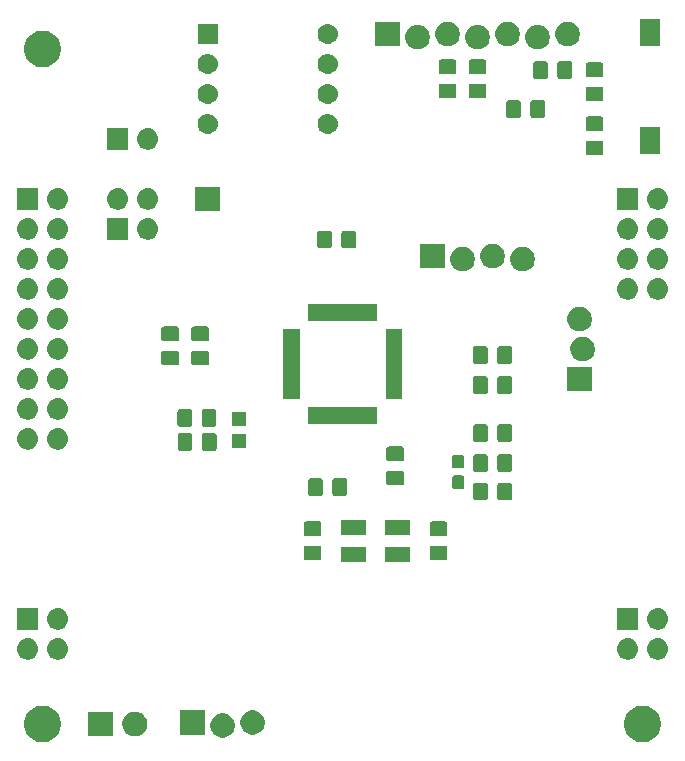
<source format=gbr>
G04 #@! TF.GenerationSoftware,KiCad,Pcbnew,5.1.0-060a0da~80~ubuntu18.10.1*
G04 #@! TF.CreationDate,2019-03-25T12:08:20+01:00*
G04 #@! TF.ProjectId,project-embeddedSystemDesign2,70726f6a-6563-4742-9d65-6d6265646465,rev?*
G04 #@! TF.SameCoordinates,Original*
G04 #@! TF.FileFunction,Soldermask,Top*
G04 #@! TF.FilePolarity,Negative*
%FSLAX46Y46*%
G04 Gerber Fmt 4.6, Leading zero omitted, Abs format (unit mm)*
G04 Created by KiCad (PCBNEW 5.1.0-060a0da~80~ubuntu18.10.1) date 2019-03-25 12:08:20*
%MOMM*%
%LPD*%
G04 APERTURE LIST*
%ADD10C,0.100000*%
G04 APERTURE END LIST*
D10*
G36*
X152702585Y-98808802D02*
G01*
X152852410Y-98838604D01*
X153134674Y-98955521D01*
X153388705Y-99125259D01*
X153604741Y-99341295D01*
X153774479Y-99595326D01*
X153891396Y-99877590D01*
X153951000Y-100177240D01*
X153951000Y-100482760D01*
X153891396Y-100782410D01*
X153774479Y-101064674D01*
X153604741Y-101318705D01*
X153388705Y-101534741D01*
X153134674Y-101704479D01*
X152852410Y-101821396D01*
X152702585Y-101851198D01*
X152552761Y-101881000D01*
X152247239Y-101881000D01*
X152097415Y-101851198D01*
X151947590Y-101821396D01*
X151665326Y-101704479D01*
X151411295Y-101534741D01*
X151195259Y-101318705D01*
X151025521Y-101064674D01*
X150908604Y-100782410D01*
X150849000Y-100482760D01*
X150849000Y-100177240D01*
X150908604Y-99877590D01*
X151025521Y-99595326D01*
X151195259Y-99341295D01*
X151411295Y-99125259D01*
X151665326Y-98955521D01*
X151947590Y-98838604D01*
X152097415Y-98808802D01*
X152247239Y-98779000D01*
X152552761Y-98779000D01*
X152702585Y-98808802D01*
X152702585Y-98808802D01*
G37*
G36*
X101902585Y-98808802D02*
G01*
X102052410Y-98838604D01*
X102334674Y-98955521D01*
X102588705Y-99125259D01*
X102804741Y-99341295D01*
X102974479Y-99595326D01*
X103091396Y-99877590D01*
X103151000Y-100177240D01*
X103151000Y-100482760D01*
X103091396Y-100782410D01*
X102974479Y-101064674D01*
X102804741Y-101318705D01*
X102588705Y-101534741D01*
X102334674Y-101704479D01*
X102052410Y-101821396D01*
X101902585Y-101851198D01*
X101752761Y-101881000D01*
X101447239Y-101881000D01*
X101297415Y-101851198D01*
X101147590Y-101821396D01*
X100865326Y-101704479D01*
X100611295Y-101534741D01*
X100395259Y-101318705D01*
X100225521Y-101064674D01*
X100108604Y-100782410D01*
X100049000Y-100482760D01*
X100049000Y-100177240D01*
X100108604Y-99877590D01*
X100225521Y-99595326D01*
X100395259Y-99341295D01*
X100611295Y-99125259D01*
X100865326Y-98955521D01*
X101147590Y-98838604D01*
X101297415Y-98808802D01*
X101447239Y-98779000D01*
X101752761Y-98779000D01*
X101902585Y-98808802D01*
X101902585Y-98808802D01*
G37*
G36*
X117143765Y-99455620D02*
G01*
X117301829Y-99521092D01*
X117333288Y-99534123D01*
X117503854Y-99648092D01*
X117648908Y-99793146D01*
X117762877Y-99963712D01*
X117762878Y-99963714D01*
X117841380Y-100153235D01*
X117881400Y-100354430D01*
X117881400Y-100559570D01*
X117841380Y-100760765D01*
X117797437Y-100866854D01*
X117762877Y-100950288D01*
X117648908Y-101120854D01*
X117503854Y-101265908D01*
X117333288Y-101379877D01*
X117333287Y-101379878D01*
X117333286Y-101379878D01*
X117143765Y-101458380D01*
X116942570Y-101498400D01*
X116737430Y-101498400D01*
X116536235Y-101458380D01*
X116346714Y-101379878D01*
X116346713Y-101379878D01*
X116346712Y-101379877D01*
X116176146Y-101265908D01*
X116031092Y-101120854D01*
X115917123Y-100950288D01*
X115882564Y-100866854D01*
X115838620Y-100760765D01*
X115798600Y-100559570D01*
X115798600Y-100354430D01*
X115838620Y-100153235D01*
X115917122Y-99963714D01*
X115917123Y-99963712D01*
X116031092Y-99793146D01*
X116176146Y-99648092D01*
X116346712Y-99534123D01*
X116378172Y-99521092D01*
X116536235Y-99455620D01*
X116737430Y-99415600D01*
X116942570Y-99415600D01*
X117143765Y-99455620D01*
X117143765Y-99455620D01*
G37*
G36*
X109701565Y-99328620D02*
G01*
X109859629Y-99394092D01*
X109891088Y-99407123D01*
X110061654Y-99521092D01*
X110206708Y-99666146D01*
X110206709Y-99666148D01*
X110320678Y-99836714D01*
X110399180Y-100026235D01*
X110439200Y-100227430D01*
X110439200Y-100432570D01*
X110429216Y-100482761D01*
X110399180Y-100633765D01*
X110320677Y-100823288D01*
X110206708Y-100993854D01*
X110061654Y-101138908D01*
X109891088Y-101252877D01*
X109891087Y-101252878D01*
X109891086Y-101252878D01*
X109701565Y-101331380D01*
X109500370Y-101371400D01*
X109295230Y-101371400D01*
X109094035Y-101331380D01*
X108904514Y-101252878D01*
X108904513Y-101252878D01*
X108904512Y-101252877D01*
X108733946Y-101138908D01*
X108588892Y-100993854D01*
X108474923Y-100823288D01*
X108396420Y-100633765D01*
X108366384Y-100482761D01*
X108356400Y-100432570D01*
X108356400Y-100227430D01*
X108396420Y-100026235D01*
X108474922Y-99836714D01*
X108588891Y-99666148D01*
X108588892Y-99666146D01*
X108733946Y-99521092D01*
X108904512Y-99407123D01*
X108935972Y-99394092D01*
X109094035Y-99328620D01*
X109295230Y-99288600D01*
X109500370Y-99288600D01*
X109701565Y-99328620D01*
X109701565Y-99328620D01*
G37*
G36*
X107543600Y-101371400D02*
G01*
X105460800Y-101371400D01*
X105460800Y-99288600D01*
X107543600Y-99288600D01*
X107543600Y-101371400D01*
X107543600Y-101371400D01*
G37*
G36*
X115341400Y-101244400D02*
G01*
X113258600Y-101244400D01*
X113258600Y-99161600D01*
X115341400Y-99161600D01*
X115341400Y-101244400D01*
X115341400Y-101244400D01*
G37*
G36*
X119683765Y-99201620D02*
G01*
X119873288Y-99280123D01*
X120043854Y-99394092D01*
X120188908Y-99539146D01*
X120273767Y-99666146D01*
X120302878Y-99709714D01*
X120337437Y-99793148D01*
X120381380Y-99899235D01*
X120421400Y-100100431D01*
X120421400Y-100305569D01*
X120381380Y-100506765D01*
X120302877Y-100696288D01*
X120188908Y-100866854D01*
X120043854Y-101011908D01*
X119873288Y-101125877D01*
X119873287Y-101125878D01*
X119873286Y-101125878D01*
X119683765Y-101204380D01*
X119482570Y-101244400D01*
X119277430Y-101244400D01*
X119076235Y-101204380D01*
X118886714Y-101125878D01*
X118886713Y-101125878D01*
X118886712Y-101125877D01*
X118716146Y-101011908D01*
X118571092Y-100866854D01*
X118457123Y-100696288D01*
X118378620Y-100506765D01*
X118338600Y-100305569D01*
X118338600Y-100100431D01*
X118378620Y-99899235D01*
X118422563Y-99793148D01*
X118457122Y-99709714D01*
X118486233Y-99666146D01*
X118571092Y-99539146D01*
X118716146Y-99394092D01*
X118886712Y-99280123D01*
X119076235Y-99201620D01*
X119277430Y-99161600D01*
X119482570Y-99161600D01*
X119683765Y-99201620D01*
X119683765Y-99201620D01*
G37*
G36*
X102980443Y-93085519D02*
G01*
X103046627Y-93092037D01*
X103216466Y-93143557D01*
X103372991Y-93227222D01*
X103408729Y-93256552D01*
X103510186Y-93339814D01*
X103593448Y-93441271D01*
X103622778Y-93477009D01*
X103706443Y-93633534D01*
X103757963Y-93803373D01*
X103775359Y-93980000D01*
X103757963Y-94156627D01*
X103706443Y-94326466D01*
X103622778Y-94482991D01*
X103593448Y-94518729D01*
X103510186Y-94620186D01*
X103408729Y-94703448D01*
X103372991Y-94732778D01*
X103216466Y-94816443D01*
X103046627Y-94867963D01*
X102980443Y-94874481D01*
X102914260Y-94881000D01*
X102825740Y-94881000D01*
X102759557Y-94874481D01*
X102693373Y-94867963D01*
X102523534Y-94816443D01*
X102367009Y-94732778D01*
X102331271Y-94703448D01*
X102229814Y-94620186D01*
X102146552Y-94518729D01*
X102117222Y-94482991D01*
X102033557Y-94326466D01*
X101982037Y-94156627D01*
X101964641Y-93980000D01*
X101982037Y-93803373D01*
X102033557Y-93633534D01*
X102117222Y-93477009D01*
X102146552Y-93441271D01*
X102229814Y-93339814D01*
X102331271Y-93256552D01*
X102367009Y-93227222D01*
X102523534Y-93143557D01*
X102693373Y-93092037D01*
X102759557Y-93085519D01*
X102825740Y-93079000D01*
X102914260Y-93079000D01*
X102980443Y-93085519D01*
X102980443Y-93085519D01*
G37*
G36*
X100440443Y-93085519D02*
G01*
X100506627Y-93092037D01*
X100676466Y-93143557D01*
X100832991Y-93227222D01*
X100868729Y-93256552D01*
X100970186Y-93339814D01*
X101053448Y-93441271D01*
X101082778Y-93477009D01*
X101166443Y-93633534D01*
X101217963Y-93803373D01*
X101235359Y-93980000D01*
X101217963Y-94156627D01*
X101166443Y-94326466D01*
X101082778Y-94482991D01*
X101053448Y-94518729D01*
X100970186Y-94620186D01*
X100868729Y-94703448D01*
X100832991Y-94732778D01*
X100676466Y-94816443D01*
X100506627Y-94867963D01*
X100440443Y-94874481D01*
X100374260Y-94881000D01*
X100285740Y-94881000D01*
X100219557Y-94874481D01*
X100153373Y-94867963D01*
X99983534Y-94816443D01*
X99827009Y-94732778D01*
X99791271Y-94703448D01*
X99689814Y-94620186D01*
X99606552Y-94518729D01*
X99577222Y-94482991D01*
X99493557Y-94326466D01*
X99442037Y-94156627D01*
X99424641Y-93980000D01*
X99442037Y-93803373D01*
X99493557Y-93633534D01*
X99577222Y-93477009D01*
X99606552Y-93441271D01*
X99689814Y-93339814D01*
X99791271Y-93256552D01*
X99827009Y-93227222D01*
X99983534Y-93143557D01*
X100153373Y-93092037D01*
X100219557Y-93085519D01*
X100285740Y-93079000D01*
X100374260Y-93079000D01*
X100440443Y-93085519D01*
X100440443Y-93085519D01*
G37*
G36*
X153780443Y-93085519D02*
G01*
X153846627Y-93092037D01*
X154016466Y-93143557D01*
X154172991Y-93227222D01*
X154208729Y-93256552D01*
X154310186Y-93339814D01*
X154393448Y-93441271D01*
X154422778Y-93477009D01*
X154506443Y-93633534D01*
X154557963Y-93803373D01*
X154575359Y-93980000D01*
X154557963Y-94156627D01*
X154506443Y-94326466D01*
X154422778Y-94482991D01*
X154393448Y-94518729D01*
X154310186Y-94620186D01*
X154208729Y-94703448D01*
X154172991Y-94732778D01*
X154016466Y-94816443D01*
X153846627Y-94867963D01*
X153780443Y-94874481D01*
X153714260Y-94881000D01*
X153625740Y-94881000D01*
X153559557Y-94874481D01*
X153493373Y-94867963D01*
X153323534Y-94816443D01*
X153167009Y-94732778D01*
X153131271Y-94703448D01*
X153029814Y-94620186D01*
X152946552Y-94518729D01*
X152917222Y-94482991D01*
X152833557Y-94326466D01*
X152782037Y-94156627D01*
X152764641Y-93980000D01*
X152782037Y-93803373D01*
X152833557Y-93633534D01*
X152917222Y-93477009D01*
X152946552Y-93441271D01*
X153029814Y-93339814D01*
X153131271Y-93256552D01*
X153167009Y-93227222D01*
X153323534Y-93143557D01*
X153493373Y-93092037D01*
X153559557Y-93085519D01*
X153625740Y-93079000D01*
X153714260Y-93079000D01*
X153780443Y-93085519D01*
X153780443Y-93085519D01*
G37*
G36*
X151240443Y-93085519D02*
G01*
X151306627Y-93092037D01*
X151476466Y-93143557D01*
X151632991Y-93227222D01*
X151668729Y-93256552D01*
X151770186Y-93339814D01*
X151853448Y-93441271D01*
X151882778Y-93477009D01*
X151966443Y-93633534D01*
X152017963Y-93803373D01*
X152035359Y-93980000D01*
X152017963Y-94156627D01*
X151966443Y-94326466D01*
X151882778Y-94482991D01*
X151853448Y-94518729D01*
X151770186Y-94620186D01*
X151668729Y-94703448D01*
X151632991Y-94732778D01*
X151476466Y-94816443D01*
X151306627Y-94867963D01*
X151240443Y-94874481D01*
X151174260Y-94881000D01*
X151085740Y-94881000D01*
X151019557Y-94874481D01*
X150953373Y-94867963D01*
X150783534Y-94816443D01*
X150627009Y-94732778D01*
X150591271Y-94703448D01*
X150489814Y-94620186D01*
X150406552Y-94518729D01*
X150377222Y-94482991D01*
X150293557Y-94326466D01*
X150242037Y-94156627D01*
X150224641Y-93980000D01*
X150242037Y-93803373D01*
X150293557Y-93633534D01*
X150377222Y-93477009D01*
X150406552Y-93441271D01*
X150489814Y-93339814D01*
X150591271Y-93256552D01*
X150627009Y-93227222D01*
X150783534Y-93143557D01*
X150953373Y-93092037D01*
X151019557Y-93085519D01*
X151085740Y-93079000D01*
X151174260Y-93079000D01*
X151240443Y-93085519D01*
X151240443Y-93085519D01*
G37*
G36*
X153780443Y-90545519D02*
G01*
X153846627Y-90552037D01*
X154016466Y-90603557D01*
X154172991Y-90687222D01*
X154208729Y-90716552D01*
X154310186Y-90799814D01*
X154393448Y-90901271D01*
X154422778Y-90937009D01*
X154506443Y-91093534D01*
X154557963Y-91263373D01*
X154575359Y-91440000D01*
X154557963Y-91616627D01*
X154506443Y-91786466D01*
X154422778Y-91942991D01*
X154393448Y-91978729D01*
X154310186Y-92080186D01*
X154208729Y-92163448D01*
X154172991Y-92192778D01*
X154016466Y-92276443D01*
X153846627Y-92327963D01*
X153780443Y-92334481D01*
X153714260Y-92341000D01*
X153625740Y-92341000D01*
X153559557Y-92334481D01*
X153493373Y-92327963D01*
X153323534Y-92276443D01*
X153167009Y-92192778D01*
X153131271Y-92163448D01*
X153029814Y-92080186D01*
X152946552Y-91978729D01*
X152917222Y-91942991D01*
X152833557Y-91786466D01*
X152782037Y-91616627D01*
X152764641Y-91440000D01*
X152782037Y-91263373D01*
X152833557Y-91093534D01*
X152917222Y-90937009D01*
X152946552Y-90901271D01*
X153029814Y-90799814D01*
X153131271Y-90716552D01*
X153167009Y-90687222D01*
X153323534Y-90603557D01*
X153493373Y-90552037D01*
X153559557Y-90545519D01*
X153625740Y-90539000D01*
X153714260Y-90539000D01*
X153780443Y-90545519D01*
X153780443Y-90545519D01*
G37*
G36*
X152031000Y-92341000D02*
G01*
X150229000Y-92341000D01*
X150229000Y-90539000D01*
X152031000Y-90539000D01*
X152031000Y-92341000D01*
X152031000Y-92341000D01*
G37*
G36*
X101231000Y-92341000D02*
G01*
X99429000Y-92341000D01*
X99429000Y-90539000D01*
X101231000Y-90539000D01*
X101231000Y-92341000D01*
X101231000Y-92341000D01*
G37*
G36*
X102980443Y-90545519D02*
G01*
X103046627Y-90552037D01*
X103216466Y-90603557D01*
X103372991Y-90687222D01*
X103408729Y-90716552D01*
X103510186Y-90799814D01*
X103593448Y-90901271D01*
X103622778Y-90937009D01*
X103706443Y-91093534D01*
X103757963Y-91263373D01*
X103775359Y-91440000D01*
X103757963Y-91616627D01*
X103706443Y-91786466D01*
X103622778Y-91942991D01*
X103593448Y-91978729D01*
X103510186Y-92080186D01*
X103408729Y-92163448D01*
X103372991Y-92192778D01*
X103216466Y-92276443D01*
X103046627Y-92327963D01*
X102980443Y-92334481D01*
X102914260Y-92341000D01*
X102825740Y-92341000D01*
X102759557Y-92334481D01*
X102693373Y-92327963D01*
X102523534Y-92276443D01*
X102367009Y-92192778D01*
X102331271Y-92163448D01*
X102229814Y-92080186D01*
X102146552Y-91978729D01*
X102117222Y-91942991D01*
X102033557Y-91786466D01*
X101982037Y-91616627D01*
X101964641Y-91440000D01*
X101982037Y-91263373D01*
X102033557Y-91093534D01*
X102117222Y-90937009D01*
X102146552Y-90901271D01*
X102229814Y-90799814D01*
X102331271Y-90716552D01*
X102367009Y-90687222D01*
X102523534Y-90603557D01*
X102693373Y-90552037D01*
X102759557Y-90545519D01*
X102825740Y-90539000D01*
X102914260Y-90539000D01*
X102980443Y-90545519D01*
X102980443Y-90545519D01*
G37*
G36*
X132694680Y-86635590D02*
G01*
X130591560Y-86635590D01*
X130591560Y-85332570D01*
X132694680Y-85332570D01*
X132694680Y-86635590D01*
X132694680Y-86635590D01*
G37*
G36*
X128996440Y-86635590D02*
G01*
X126893320Y-86635590D01*
X126893320Y-85332570D01*
X128996440Y-85332570D01*
X128996440Y-86635590D01*
X128996440Y-86635590D01*
G37*
G36*
X135716674Y-85239465D02*
G01*
X135754367Y-85250899D01*
X135789103Y-85269466D01*
X135819548Y-85294452D01*
X135844534Y-85324897D01*
X135863101Y-85359633D01*
X135874535Y-85397326D01*
X135879000Y-85442661D01*
X135879000Y-86279339D01*
X135874535Y-86324674D01*
X135863101Y-86362367D01*
X135844534Y-86397103D01*
X135819548Y-86427548D01*
X135789103Y-86452534D01*
X135754367Y-86471101D01*
X135716674Y-86482535D01*
X135671339Y-86487000D01*
X134584661Y-86487000D01*
X134539326Y-86482535D01*
X134501633Y-86471101D01*
X134466897Y-86452534D01*
X134436452Y-86427548D01*
X134411466Y-86397103D01*
X134392899Y-86362367D01*
X134381465Y-86324674D01*
X134377000Y-86279339D01*
X134377000Y-85442661D01*
X134381465Y-85397326D01*
X134392899Y-85359633D01*
X134411466Y-85324897D01*
X134436452Y-85294452D01*
X134466897Y-85269466D01*
X134501633Y-85250899D01*
X134539326Y-85239465D01*
X134584661Y-85235000D01*
X135671339Y-85235000D01*
X135716674Y-85239465D01*
X135716674Y-85239465D01*
G37*
G36*
X125048674Y-85230465D02*
G01*
X125086367Y-85241899D01*
X125121103Y-85260466D01*
X125151548Y-85285452D01*
X125176534Y-85315897D01*
X125195101Y-85350633D01*
X125206535Y-85388326D01*
X125211000Y-85433661D01*
X125211000Y-86270339D01*
X125206535Y-86315674D01*
X125195101Y-86353367D01*
X125176534Y-86388103D01*
X125151548Y-86418548D01*
X125121103Y-86443534D01*
X125086367Y-86462101D01*
X125048674Y-86473535D01*
X125003339Y-86478000D01*
X123916661Y-86478000D01*
X123871326Y-86473535D01*
X123833633Y-86462101D01*
X123798897Y-86443534D01*
X123768452Y-86418548D01*
X123743466Y-86388103D01*
X123724899Y-86353367D01*
X123713465Y-86315674D01*
X123709000Y-86270339D01*
X123709000Y-85433661D01*
X123713465Y-85388326D01*
X123724899Y-85350633D01*
X123743466Y-85315897D01*
X123768452Y-85285452D01*
X123798897Y-85260466D01*
X123833633Y-85241899D01*
X123871326Y-85230465D01*
X123916661Y-85226000D01*
X125003339Y-85226000D01*
X125048674Y-85230465D01*
X125048674Y-85230465D01*
G37*
G36*
X135716674Y-83189465D02*
G01*
X135754367Y-83200899D01*
X135789103Y-83219466D01*
X135819548Y-83244452D01*
X135844534Y-83274897D01*
X135863101Y-83309633D01*
X135874535Y-83347326D01*
X135879000Y-83392661D01*
X135879000Y-84229339D01*
X135874535Y-84274674D01*
X135863101Y-84312367D01*
X135844534Y-84347103D01*
X135819548Y-84377548D01*
X135789103Y-84402534D01*
X135754367Y-84421101D01*
X135716674Y-84432535D01*
X135671339Y-84437000D01*
X134584661Y-84437000D01*
X134539326Y-84432535D01*
X134501633Y-84421101D01*
X134466897Y-84402534D01*
X134436452Y-84377548D01*
X134411466Y-84347103D01*
X134392899Y-84312367D01*
X134381465Y-84274674D01*
X134377000Y-84229339D01*
X134377000Y-83392661D01*
X134381465Y-83347326D01*
X134392899Y-83309633D01*
X134411466Y-83274897D01*
X134436452Y-83244452D01*
X134466897Y-83219466D01*
X134501633Y-83200899D01*
X134539326Y-83189465D01*
X134584661Y-83185000D01*
X135671339Y-83185000D01*
X135716674Y-83189465D01*
X135716674Y-83189465D01*
G37*
G36*
X125048674Y-83180465D02*
G01*
X125086367Y-83191899D01*
X125121103Y-83210466D01*
X125151548Y-83235452D01*
X125176534Y-83265897D01*
X125195101Y-83300633D01*
X125206535Y-83338326D01*
X125211000Y-83383661D01*
X125211000Y-84220339D01*
X125206535Y-84265674D01*
X125195101Y-84303367D01*
X125176534Y-84338103D01*
X125151548Y-84368548D01*
X125121103Y-84393534D01*
X125086367Y-84412101D01*
X125048674Y-84423535D01*
X125003339Y-84428000D01*
X123916661Y-84428000D01*
X123871326Y-84423535D01*
X123833633Y-84412101D01*
X123798897Y-84393534D01*
X123768452Y-84368548D01*
X123743466Y-84338103D01*
X123724899Y-84303367D01*
X123713465Y-84265674D01*
X123709000Y-84220339D01*
X123709000Y-83383661D01*
X123713465Y-83338326D01*
X123724899Y-83300633D01*
X123743466Y-83265897D01*
X123768452Y-83235452D01*
X123798897Y-83210466D01*
X123833633Y-83191899D01*
X123871326Y-83180465D01*
X123916661Y-83176000D01*
X125003339Y-83176000D01*
X125048674Y-83180465D01*
X125048674Y-83180465D01*
G37*
G36*
X132694680Y-84339430D02*
G01*
X130591560Y-84339430D01*
X130591560Y-83036410D01*
X132694680Y-83036410D01*
X132694680Y-84339430D01*
X132694680Y-84339430D01*
G37*
G36*
X128996440Y-84339430D02*
G01*
X126893320Y-84339430D01*
X126893320Y-83036410D01*
X128996440Y-83036410D01*
X128996440Y-84339430D01*
X128996440Y-84339430D01*
G37*
G36*
X141188674Y-79898465D02*
G01*
X141226367Y-79909899D01*
X141261103Y-79928466D01*
X141291548Y-79953452D01*
X141316534Y-79983897D01*
X141335101Y-80018633D01*
X141346535Y-80056326D01*
X141351000Y-80101661D01*
X141351000Y-81188339D01*
X141346535Y-81233674D01*
X141335101Y-81271367D01*
X141316534Y-81306103D01*
X141291548Y-81336548D01*
X141261103Y-81361534D01*
X141226367Y-81380101D01*
X141188674Y-81391535D01*
X141143339Y-81396000D01*
X140306661Y-81396000D01*
X140261326Y-81391535D01*
X140223633Y-81380101D01*
X140188897Y-81361534D01*
X140158452Y-81336548D01*
X140133466Y-81306103D01*
X140114899Y-81271367D01*
X140103465Y-81233674D01*
X140099000Y-81188339D01*
X140099000Y-80101661D01*
X140103465Y-80056326D01*
X140114899Y-80018633D01*
X140133466Y-79983897D01*
X140158452Y-79953452D01*
X140188897Y-79928466D01*
X140223633Y-79909899D01*
X140261326Y-79898465D01*
X140306661Y-79894000D01*
X141143339Y-79894000D01*
X141188674Y-79898465D01*
X141188674Y-79898465D01*
G37*
G36*
X139138674Y-79898465D02*
G01*
X139176367Y-79909899D01*
X139211103Y-79928466D01*
X139241548Y-79953452D01*
X139266534Y-79983897D01*
X139285101Y-80018633D01*
X139296535Y-80056326D01*
X139301000Y-80101661D01*
X139301000Y-81188339D01*
X139296535Y-81233674D01*
X139285101Y-81271367D01*
X139266534Y-81306103D01*
X139241548Y-81336548D01*
X139211103Y-81361534D01*
X139176367Y-81380101D01*
X139138674Y-81391535D01*
X139093339Y-81396000D01*
X138256661Y-81396000D01*
X138211326Y-81391535D01*
X138173633Y-81380101D01*
X138138897Y-81361534D01*
X138108452Y-81336548D01*
X138083466Y-81306103D01*
X138064899Y-81271367D01*
X138053465Y-81233674D01*
X138049000Y-81188339D01*
X138049000Y-80101661D01*
X138053465Y-80056326D01*
X138064899Y-80018633D01*
X138083466Y-79983897D01*
X138108452Y-79953452D01*
X138138897Y-79928466D01*
X138173633Y-79909899D01*
X138211326Y-79898465D01*
X138256661Y-79894000D01*
X139093339Y-79894000D01*
X139138674Y-79898465D01*
X139138674Y-79898465D01*
G37*
G36*
X127218674Y-79517465D02*
G01*
X127256367Y-79528899D01*
X127291103Y-79547466D01*
X127321548Y-79572452D01*
X127346534Y-79602897D01*
X127365101Y-79637633D01*
X127376535Y-79675326D01*
X127381000Y-79720661D01*
X127381000Y-80807339D01*
X127376535Y-80852674D01*
X127365101Y-80890367D01*
X127346534Y-80925103D01*
X127321548Y-80955548D01*
X127291103Y-80980534D01*
X127256367Y-80999101D01*
X127218674Y-81010535D01*
X127173339Y-81015000D01*
X126336661Y-81015000D01*
X126291326Y-81010535D01*
X126253633Y-80999101D01*
X126218897Y-80980534D01*
X126188452Y-80955548D01*
X126163466Y-80925103D01*
X126144899Y-80890367D01*
X126133465Y-80852674D01*
X126129000Y-80807339D01*
X126129000Y-79720661D01*
X126133465Y-79675326D01*
X126144899Y-79637633D01*
X126163466Y-79602897D01*
X126188452Y-79572452D01*
X126218897Y-79547466D01*
X126253633Y-79528899D01*
X126291326Y-79517465D01*
X126336661Y-79513000D01*
X127173339Y-79513000D01*
X127218674Y-79517465D01*
X127218674Y-79517465D01*
G37*
G36*
X125168674Y-79517465D02*
G01*
X125206367Y-79528899D01*
X125241103Y-79547466D01*
X125271548Y-79572452D01*
X125296534Y-79602897D01*
X125315101Y-79637633D01*
X125326535Y-79675326D01*
X125331000Y-79720661D01*
X125331000Y-80807339D01*
X125326535Y-80852674D01*
X125315101Y-80890367D01*
X125296534Y-80925103D01*
X125271548Y-80955548D01*
X125241103Y-80980534D01*
X125206367Y-80999101D01*
X125168674Y-81010535D01*
X125123339Y-81015000D01*
X124286661Y-81015000D01*
X124241326Y-81010535D01*
X124203633Y-80999101D01*
X124168897Y-80980534D01*
X124138452Y-80955548D01*
X124113466Y-80925103D01*
X124094899Y-80890367D01*
X124083465Y-80852674D01*
X124079000Y-80807339D01*
X124079000Y-79720661D01*
X124083465Y-79675326D01*
X124094899Y-79637633D01*
X124113466Y-79602897D01*
X124138452Y-79572452D01*
X124168897Y-79547466D01*
X124203633Y-79528899D01*
X124241326Y-79517465D01*
X124286661Y-79513000D01*
X125123339Y-79513000D01*
X125168674Y-79517465D01*
X125168674Y-79517465D01*
G37*
G36*
X137143499Y-79297445D02*
G01*
X137180995Y-79308820D01*
X137215554Y-79327292D01*
X137245847Y-79352153D01*
X137270708Y-79382446D01*
X137289180Y-79417005D01*
X137300555Y-79454501D01*
X137305000Y-79499638D01*
X137305000Y-80238362D01*
X137300555Y-80283499D01*
X137289180Y-80320995D01*
X137270708Y-80355554D01*
X137245847Y-80385847D01*
X137215554Y-80410708D01*
X137180995Y-80429180D01*
X137143499Y-80440555D01*
X137098362Y-80445000D01*
X136459638Y-80445000D01*
X136414501Y-80440555D01*
X136377005Y-80429180D01*
X136342446Y-80410708D01*
X136312153Y-80385847D01*
X136287292Y-80355554D01*
X136268820Y-80320995D01*
X136257445Y-80283499D01*
X136253000Y-80238362D01*
X136253000Y-79499638D01*
X136257445Y-79454501D01*
X136268820Y-79417005D01*
X136287292Y-79382446D01*
X136312153Y-79352153D01*
X136342446Y-79327292D01*
X136377005Y-79308820D01*
X136414501Y-79297445D01*
X136459638Y-79293000D01*
X137098362Y-79293000D01*
X137143499Y-79297445D01*
X137143499Y-79297445D01*
G37*
G36*
X132033674Y-78889465D02*
G01*
X132071367Y-78900899D01*
X132106103Y-78919466D01*
X132136548Y-78944452D01*
X132161534Y-78974897D01*
X132180101Y-79009633D01*
X132191535Y-79047326D01*
X132196000Y-79092661D01*
X132196000Y-79929339D01*
X132191535Y-79974674D01*
X132180101Y-80012367D01*
X132161534Y-80047103D01*
X132136548Y-80077548D01*
X132106103Y-80102534D01*
X132071367Y-80121101D01*
X132033674Y-80132535D01*
X131988339Y-80137000D01*
X130901661Y-80137000D01*
X130856326Y-80132535D01*
X130818633Y-80121101D01*
X130783897Y-80102534D01*
X130753452Y-80077548D01*
X130728466Y-80047103D01*
X130709899Y-80012367D01*
X130698465Y-79974674D01*
X130694000Y-79929339D01*
X130694000Y-79092661D01*
X130698465Y-79047326D01*
X130709899Y-79009633D01*
X130728466Y-78974897D01*
X130753452Y-78944452D01*
X130783897Y-78919466D01*
X130818633Y-78900899D01*
X130856326Y-78889465D01*
X130901661Y-78885000D01*
X131988339Y-78885000D01*
X132033674Y-78889465D01*
X132033674Y-78889465D01*
G37*
G36*
X141188674Y-77485465D02*
G01*
X141226367Y-77496899D01*
X141261103Y-77515466D01*
X141291548Y-77540452D01*
X141316534Y-77570897D01*
X141335101Y-77605633D01*
X141346535Y-77643326D01*
X141351000Y-77688661D01*
X141351000Y-78775339D01*
X141346535Y-78820674D01*
X141335101Y-78858367D01*
X141316534Y-78893103D01*
X141291548Y-78923548D01*
X141261103Y-78948534D01*
X141226367Y-78967101D01*
X141188674Y-78978535D01*
X141143339Y-78983000D01*
X140306661Y-78983000D01*
X140261326Y-78978535D01*
X140223633Y-78967101D01*
X140188897Y-78948534D01*
X140158452Y-78923548D01*
X140133466Y-78893103D01*
X140114899Y-78858367D01*
X140103465Y-78820674D01*
X140099000Y-78775339D01*
X140099000Y-77688661D01*
X140103465Y-77643326D01*
X140114899Y-77605633D01*
X140133466Y-77570897D01*
X140158452Y-77540452D01*
X140188897Y-77515466D01*
X140223633Y-77496899D01*
X140261326Y-77485465D01*
X140306661Y-77481000D01*
X141143339Y-77481000D01*
X141188674Y-77485465D01*
X141188674Y-77485465D01*
G37*
G36*
X139138674Y-77485465D02*
G01*
X139176367Y-77496899D01*
X139211103Y-77515466D01*
X139241548Y-77540452D01*
X139266534Y-77570897D01*
X139285101Y-77605633D01*
X139296535Y-77643326D01*
X139301000Y-77688661D01*
X139301000Y-78775339D01*
X139296535Y-78820674D01*
X139285101Y-78858367D01*
X139266534Y-78893103D01*
X139241548Y-78923548D01*
X139211103Y-78948534D01*
X139176367Y-78967101D01*
X139138674Y-78978535D01*
X139093339Y-78983000D01*
X138256661Y-78983000D01*
X138211326Y-78978535D01*
X138173633Y-78967101D01*
X138138897Y-78948534D01*
X138108452Y-78923548D01*
X138083466Y-78893103D01*
X138064899Y-78858367D01*
X138053465Y-78820674D01*
X138049000Y-78775339D01*
X138049000Y-77688661D01*
X138053465Y-77643326D01*
X138064899Y-77605633D01*
X138083466Y-77570897D01*
X138108452Y-77540452D01*
X138138897Y-77515466D01*
X138173633Y-77496899D01*
X138211326Y-77485465D01*
X138256661Y-77481000D01*
X139093339Y-77481000D01*
X139138674Y-77485465D01*
X139138674Y-77485465D01*
G37*
G36*
X137143499Y-77547445D02*
G01*
X137180995Y-77558820D01*
X137215554Y-77577292D01*
X137245847Y-77602153D01*
X137270708Y-77632446D01*
X137289180Y-77667005D01*
X137300555Y-77704501D01*
X137305000Y-77749638D01*
X137305000Y-78488362D01*
X137300555Y-78533499D01*
X137289180Y-78570995D01*
X137270708Y-78605554D01*
X137245847Y-78635847D01*
X137215554Y-78660708D01*
X137180995Y-78679180D01*
X137143499Y-78690555D01*
X137098362Y-78695000D01*
X136459638Y-78695000D01*
X136414501Y-78690555D01*
X136377005Y-78679180D01*
X136342446Y-78660708D01*
X136312153Y-78635847D01*
X136287292Y-78605554D01*
X136268820Y-78570995D01*
X136257445Y-78533499D01*
X136253000Y-78488362D01*
X136253000Y-77749638D01*
X136257445Y-77704501D01*
X136268820Y-77667005D01*
X136287292Y-77632446D01*
X136312153Y-77602153D01*
X136342446Y-77577292D01*
X136377005Y-77558820D01*
X136414501Y-77547445D01*
X136459638Y-77543000D01*
X137098362Y-77543000D01*
X137143499Y-77547445D01*
X137143499Y-77547445D01*
G37*
G36*
X132033674Y-76839465D02*
G01*
X132071367Y-76850899D01*
X132106103Y-76869466D01*
X132136548Y-76894452D01*
X132161534Y-76924897D01*
X132180101Y-76959633D01*
X132191535Y-76997326D01*
X132196000Y-77042661D01*
X132196000Y-77879339D01*
X132191535Y-77924674D01*
X132180101Y-77962367D01*
X132161534Y-77997103D01*
X132136548Y-78027548D01*
X132106103Y-78052534D01*
X132071367Y-78071101D01*
X132033674Y-78082535D01*
X131988339Y-78087000D01*
X130901661Y-78087000D01*
X130856326Y-78082535D01*
X130818633Y-78071101D01*
X130783897Y-78052534D01*
X130753452Y-78027548D01*
X130728466Y-77997103D01*
X130709899Y-77962367D01*
X130698465Y-77924674D01*
X130694000Y-77879339D01*
X130694000Y-77042661D01*
X130698465Y-76997326D01*
X130709899Y-76959633D01*
X130728466Y-76924897D01*
X130753452Y-76894452D01*
X130783897Y-76869466D01*
X130818633Y-76850899D01*
X130856326Y-76839465D01*
X130901661Y-76835000D01*
X131988339Y-76835000D01*
X132033674Y-76839465D01*
X132033674Y-76839465D01*
G37*
G36*
X116169674Y-75707465D02*
G01*
X116207367Y-75718899D01*
X116242103Y-75737466D01*
X116272548Y-75762452D01*
X116297534Y-75792897D01*
X116316101Y-75827633D01*
X116327535Y-75865326D01*
X116332000Y-75910661D01*
X116332000Y-76997339D01*
X116327535Y-77042674D01*
X116316101Y-77080367D01*
X116297534Y-77115103D01*
X116272548Y-77145548D01*
X116242103Y-77170534D01*
X116207367Y-77189101D01*
X116169674Y-77200535D01*
X116124339Y-77205000D01*
X115287661Y-77205000D01*
X115242326Y-77200535D01*
X115204633Y-77189101D01*
X115169897Y-77170534D01*
X115139452Y-77145548D01*
X115114466Y-77115103D01*
X115095899Y-77080367D01*
X115084465Y-77042674D01*
X115080000Y-76997339D01*
X115080000Y-75910661D01*
X115084465Y-75865326D01*
X115095899Y-75827633D01*
X115114466Y-75792897D01*
X115139452Y-75762452D01*
X115169897Y-75737466D01*
X115204633Y-75718899D01*
X115242326Y-75707465D01*
X115287661Y-75703000D01*
X116124339Y-75703000D01*
X116169674Y-75707465D01*
X116169674Y-75707465D01*
G37*
G36*
X114119674Y-75707465D02*
G01*
X114157367Y-75718899D01*
X114192103Y-75737466D01*
X114222548Y-75762452D01*
X114247534Y-75792897D01*
X114266101Y-75827633D01*
X114277535Y-75865326D01*
X114282000Y-75910661D01*
X114282000Y-76997339D01*
X114277535Y-77042674D01*
X114266101Y-77080367D01*
X114247534Y-77115103D01*
X114222548Y-77145548D01*
X114192103Y-77170534D01*
X114157367Y-77189101D01*
X114119674Y-77200535D01*
X114074339Y-77205000D01*
X113237661Y-77205000D01*
X113192326Y-77200535D01*
X113154633Y-77189101D01*
X113119897Y-77170534D01*
X113089452Y-77145548D01*
X113064466Y-77115103D01*
X113045899Y-77080367D01*
X113034465Y-77042674D01*
X113030000Y-76997339D01*
X113030000Y-75910661D01*
X113034465Y-75865326D01*
X113045899Y-75827633D01*
X113064466Y-75792897D01*
X113089452Y-75762452D01*
X113119897Y-75737466D01*
X113154633Y-75718899D01*
X113192326Y-75707465D01*
X113237661Y-75703000D01*
X114074339Y-75703000D01*
X114119674Y-75707465D01*
X114119674Y-75707465D01*
G37*
G36*
X102980442Y-75305518D02*
G01*
X103046627Y-75312037D01*
X103216466Y-75363557D01*
X103372991Y-75447222D01*
X103408729Y-75476552D01*
X103510186Y-75559814D01*
X103593448Y-75661271D01*
X103622778Y-75697009D01*
X103706443Y-75853534D01*
X103757963Y-76023373D01*
X103775359Y-76200000D01*
X103757963Y-76376627D01*
X103706443Y-76546466D01*
X103622778Y-76702991D01*
X103593448Y-76738729D01*
X103510186Y-76840186D01*
X103419367Y-76914718D01*
X103372991Y-76952778D01*
X103216466Y-77036443D01*
X103046627Y-77087963D01*
X102980442Y-77094482D01*
X102914260Y-77101000D01*
X102825740Y-77101000D01*
X102759558Y-77094482D01*
X102693373Y-77087963D01*
X102523534Y-77036443D01*
X102367009Y-76952778D01*
X102320633Y-76914718D01*
X102229814Y-76840186D01*
X102146552Y-76738729D01*
X102117222Y-76702991D01*
X102033557Y-76546466D01*
X101982037Y-76376627D01*
X101964641Y-76200000D01*
X101982037Y-76023373D01*
X102033557Y-75853534D01*
X102117222Y-75697009D01*
X102146552Y-75661271D01*
X102229814Y-75559814D01*
X102331271Y-75476552D01*
X102367009Y-75447222D01*
X102523534Y-75363557D01*
X102693373Y-75312037D01*
X102759558Y-75305518D01*
X102825740Y-75299000D01*
X102914260Y-75299000D01*
X102980442Y-75305518D01*
X102980442Y-75305518D01*
G37*
G36*
X100440442Y-75305518D02*
G01*
X100506627Y-75312037D01*
X100676466Y-75363557D01*
X100832991Y-75447222D01*
X100868729Y-75476552D01*
X100970186Y-75559814D01*
X101053448Y-75661271D01*
X101082778Y-75697009D01*
X101166443Y-75853534D01*
X101217963Y-76023373D01*
X101235359Y-76200000D01*
X101217963Y-76376627D01*
X101166443Y-76546466D01*
X101082778Y-76702991D01*
X101053448Y-76738729D01*
X100970186Y-76840186D01*
X100879367Y-76914718D01*
X100832991Y-76952778D01*
X100676466Y-77036443D01*
X100506627Y-77087963D01*
X100440442Y-77094482D01*
X100374260Y-77101000D01*
X100285740Y-77101000D01*
X100219558Y-77094482D01*
X100153373Y-77087963D01*
X99983534Y-77036443D01*
X99827009Y-76952778D01*
X99780633Y-76914718D01*
X99689814Y-76840186D01*
X99606552Y-76738729D01*
X99577222Y-76702991D01*
X99493557Y-76546466D01*
X99442037Y-76376627D01*
X99424641Y-76200000D01*
X99442037Y-76023373D01*
X99493557Y-75853534D01*
X99577222Y-75697009D01*
X99606552Y-75661271D01*
X99689814Y-75559814D01*
X99791271Y-75476552D01*
X99827009Y-75447222D01*
X99983534Y-75363557D01*
X100153373Y-75312037D01*
X100219558Y-75305518D01*
X100285740Y-75299000D01*
X100374260Y-75299000D01*
X100440442Y-75305518D01*
X100440442Y-75305518D01*
G37*
G36*
X118838000Y-76939000D02*
G01*
X117636000Y-76939000D01*
X117636000Y-75787000D01*
X118838000Y-75787000D01*
X118838000Y-76939000D01*
X118838000Y-76939000D01*
G37*
G36*
X141188674Y-74945465D02*
G01*
X141226367Y-74956899D01*
X141261103Y-74975466D01*
X141291548Y-75000452D01*
X141316534Y-75030897D01*
X141335101Y-75065633D01*
X141346535Y-75103326D01*
X141351000Y-75148661D01*
X141351000Y-76235339D01*
X141346535Y-76280674D01*
X141335101Y-76318367D01*
X141316534Y-76353103D01*
X141291548Y-76383548D01*
X141261103Y-76408534D01*
X141226367Y-76427101D01*
X141188674Y-76438535D01*
X141143339Y-76443000D01*
X140306661Y-76443000D01*
X140261326Y-76438535D01*
X140223633Y-76427101D01*
X140188897Y-76408534D01*
X140158452Y-76383548D01*
X140133466Y-76353103D01*
X140114899Y-76318367D01*
X140103465Y-76280674D01*
X140099000Y-76235339D01*
X140099000Y-75148661D01*
X140103465Y-75103326D01*
X140114899Y-75065633D01*
X140133466Y-75030897D01*
X140158452Y-75000452D01*
X140188897Y-74975466D01*
X140223633Y-74956899D01*
X140261326Y-74945465D01*
X140306661Y-74941000D01*
X141143339Y-74941000D01*
X141188674Y-74945465D01*
X141188674Y-74945465D01*
G37*
G36*
X139138674Y-74945465D02*
G01*
X139176367Y-74956899D01*
X139211103Y-74975466D01*
X139241548Y-75000452D01*
X139266534Y-75030897D01*
X139285101Y-75065633D01*
X139296535Y-75103326D01*
X139301000Y-75148661D01*
X139301000Y-76235339D01*
X139296535Y-76280674D01*
X139285101Y-76318367D01*
X139266534Y-76353103D01*
X139241548Y-76383548D01*
X139211103Y-76408534D01*
X139176367Y-76427101D01*
X139138674Y-76438535D01*
X139093339Y-76443000D01*
X138256661Y-76443000D01*
X138211326Y-76438535D01*
X138173633Y-76427101D01*
X138138897Y-76408534D01*
X138108452Y-76383548D01*
X138083466Y-76353103D01*
X138064899Y-76318367D01*
X138053465Y-76280674D01*
X138049000Y-76235339D01*
X138049000Y-75148661D01*
X138053465Y-75103326D01*
X138064899Y-75065633D01*
X138083466Y-75030897D01*
X138108452Y-75000452D01*
X138138897Y-74975466D01*
X138173633Y-74956899D01*
X138211326Y-74945465D01*
X138256661Y-74941000D01*
X139093339Y-74941000D01*
X139138674Y-74945465D01*
X139138674Y-74945465D01*
G37*
G36*
X116160674Y-73675465D02*
G01*
X116198367Y-73686899D01*
X116233103Y-73705466D01*
X116263548Y-73730452D01*
X116288534Y-73760897D01*
X116307101Y-73795633D01*
X116318535Y-73833326D01*
X116323000Y-73878661D01*
X116323000Y-74965339D01*
X116318535Y-75010674D01*
X116307101Y-75048367D01*
X116288534Y-75083103D01*
X116263548Y-75113548D01*
X116233103Y-75138534D01*
X116198367Y-75157101D01*
X116160674Y-75168535D01*
X116115339Y-75173000D01*
X115278661Y-75173000D01*
X115233326Y-75168535D01*
X115195633Y-75157101D01*
X115160897Y-75138534D01*
X115130452Y-75113548D01*
X115105466Y-75083103D01*
X115086899Y-75048367D01*
X115075465Y-75010674D01*
X115071000Y-74965339D01*
X115071000Y-73878661D01*
X115075465Y-73833326D01*
X115086899Y-73795633D01*
X115105466Y-73760897D01*
X115130452Y-73730452D01*
X115160897Y-73705466D01*
X115195633Y-73686899D01*
X115233326Y-73675465D01*
X115278661Y-73671000D01*
X116115339Y-73671000D01*
X116160674Y-73675465D01*
X116160674Y-73675465D01*
G37*
G36*
X114110674Y-73675465D02*
G01*
X114148367Y-73686899D01*
X114183103Y-73705466D01*
X114213548Y-73730452D01*
X114238534Y-73760897D01*
X114257101Y-73795633D01*
X114268535Y-73833326D01*
X114273000Y-73878661D01*
X114273000Y-74965339D01*
X114268535Y-75010674D01*
X114257101Y-75048367D01*
X114238534Y-75083103D01*
X114213548Y-75113548D01*
X114183103Y-75138534D01*
X114148367Y-75157101D01*
X114110674Y-75168535D01*
X114065339Y-75173000D01*
X113228661Y-75173000D01*
X113183326Y-75168535D01*
X113145633Y-75157101D01*
X113110897Y-75138534D01*
X113080452Y-75113548D01*
X113055466Y-75083103D01*
X113036899Y-75048367D01*
X113025465Y-75010674D01*
X113021000Y-74965339D01*
X113021000Y-73878661D01*
X113025465Y-73833326D01*
X113036899Y-73795633D01*
X113055466Y-73760897D01*
X113080452Y-73730452D01*
X113110897Y-73705466D01*
X113145633Y-73686899D01*
X113183326Y-73675465D01*
X113228661Y-73671000D01*
X114065339Y-73671000D01*
X114110674Y-73675465D01*
X114110674Y-73675465D01*
G37*
G36*
X118838000Y-75089000D02*
G01*
X117636000Y-75089000D01*
X117636000Y-73937000D01*
X118838000Y-73937000D01*
X118838000Y-75089000D01*
X118838000Y-75089000D01*
G37*
G36*
X129926000Y-74901000D02*
G01*
X124074000Y-74901000D01*
X124074000Y-73499000D01*
X129926000Y-73499000D01*
X129926000Y-74901000D01*
X129926000Y-74901000D01*
G37*
G36*
X100440442Y-72765518D02*
G01*
X100506627Y-72772037D01*
X100676466Y-72823557D01*
X100832991Y-72907222D01*
X100868729Y-72936552D01*
X100970186Y-73019814D01*
X101053448Y-73121271D01*
X101082778Y-73157009D01*
X101166443Y-73313534D01*
X101217963Y-73483373D01*
X101235359Y-73660000D01*
X101217963Y-73836627D01*
X101166443Y-74006466D01*
X101082778Y-74162991D01*
X101053448Y-74198729D01*
X100970186Y-74300186D01*
X100868729Y-74383448D01*
X100832991Y-74412778D01*
X100676466Y-74496443D01*
X100506627Y-74547963D01*
X100440442Y-74554482D01*
X100374260Y-74561000D01*
X100285740Y-74561000D01*
X100219558Y-74554482D01*
X100153373Y-74547963D01*
X99983534Y-74496443D01*
X99827009Y-74412778D01*
X99791271Y-74383448D01*
X99689814Y-74300186D01*
X99606552Y-74198729D01*
X99577222Y-74162991D01*
X99493557Y-74006466D01*
X99442037Y-73836627D01*
X99424641Y-73660000D01*
X99442037Y-73483373D01*
X99493557Y-73313534D01*
X99577222Y-73157009D01*
X99606552Y-73121271D01*
X99689814Y-73019814D01*
X99791271Y-72936552D01*
X99827009Y-72907222D01*
X99983534Y-72823557D01*
X100153373Y-72772037D01*
X100219558Y-72765518D01*
X100285740Y-72759000D01*
X100374260Y-72759000D01*
X100440442Y-72765518D01*
X100440442Y-72765518D01*
G37*
G36*
X102980442Y-72765518D02*
G01*
X103046627Y-72772037D01*
X103216466Y-72823557D01*
X103372991Y-72907222D01*
X103408729Y-72936552D01*
X103510186Y-73019814D01*
X103593448Y-73121271D01*
X103622778Y-73157009D01*
X103706443Y-73313534D01*
X103757963Y-73483373D01*
X103775359Y-73660000D01*
X103757963Y-73836627D01*
X103706443Y-74006466D01*
X103622778Y-74162991D01*
X103593448Y-74198729D01*
X103510186Y-74300186D01*
X103408729Y-74383448D01*
X103372991Y-74412778D01*
X103216466Y-74496443D01*
X103046627Y-74547963D01*
X102980442Y-74554482D01*
X102914260Y-74561000D01*
X102825740Y-74561000D01*
X102759558Y-74554482D01*
X102693373Y-74547963D01*
X102523534Y-74496443D01*
X102367009Y-74412778D01*
X102331271Y-74383448D01*
X102229814Y-74300186D01*
X102146552Y-74198729D01*
X102117222Y-74162991D01*
X102033557Y-74006466D01*
X101982037Y-73836627D01*
X101964641Y-73660000D01*
X101982037Y-73483373D01*
X102033557Y-73313534D01*
X102117222Y-73157009D01*
X102146552Y-73121271D01*
X102229814Y-73019814D01*
X102331271Y-72936552D01*
X102367009Y-72907222D01*
X102523534Y-72823557D01*
X102693373Y-72772037D01*
X102759558Y-72765518D01*
X102825740Y-72759000D01*
X102914260Y-72759000D01*
X102980442Y-72765518D01*
X102980442Y-72765518D01*
G37*
G36*
X132051000Y-72776000D02*
G01*
X130649000Y-72776000D01*
X130649000Y-66924000D01*
X132051000Y-66924000D01*
X132051000Y-72776000D01*
X132051000Y-72776000D01*
G37*
G36*
X123351000Y-72776000D02*
G01*
X121949000Y-72776000D01*
X121949000Y-66924000D01*
X123351000Y-66924000D01*
X123351000Y-72776000D01*
X123351000Y-72776000D01*
G37*
G36*
X141179674Y-70881465D02*
G01*
X141217367Y-70892899D01*
X141252103Y-70911466D01*
X141282548Y-70936452D01*
X141307534Y-70966897D01*
X141326101Y-71001633D01*
X141337535Y-71039326D01*
X141342000Y-71084661D01*
X141342000Y-72171339D01*
X141337535Y-72216674D01*
X141326101Y-72254367D01*
X141307534Y-72289103D01*
X141282548Y-72319548D01*
X141252103Y-72344534D01*
X141217367Y-72363101D01*
X141179674Y-72374535D01*
X141134339Y-72379000D01*
X140297661Y-72379000D01*
X140252326Y-72374535D01*
X140214633Y-72363101D01*
X140179897Y-72344534D01*
X140149452Y-72319548D01*
X140124466Y-72289103D01*
X140105899Y-72254367D01*
X140094465Y-72216674D01*
X140090000Y-72171339D01*
X140090000Y-71084661D01*
X140094465Y-71039326D01*
X140105899Y-71001633D01*
X140124466Y-70966897D01*
X140149452Y-70936452D01*
X140179897Y-70911466D01*
X140214633Y-70892899D01*
X140252326Y-70881465D01*
X140297661Y-70877000D01*
X141134339Y-70877000D01*
X141179674Y-70881465D01*
X141179674Y-70881465D01*
G37*
G36*
X139129674Y-70881465D02*
G01*
X139167367Y-70892899D01*
X139202103Y-70911466D01*
X139232548Y-70936452D01*
X139257534Y-70966897D01*
X139276101Y-71001633D01*
X139287535Y-71039326D01*
X139292000Y-71084661D01*
X139292000Y-72171339D01*
X139287535Y-72216674D01*
X139276101Y-72254367D01*
X139257534Y-72289103D01*
X139232548Y-72319548D01*
X139202103Y-72344534D01*
X139167367Y-72363101D01*
X139129674Y-72374535D01*
X139084339Y-72379000D01*
X138247661Y-72379000D01*
X138202326Y-72374535D01*
X138164633Y-72363101D01*
X138129897Y-72344534D01*
X138099452Y-72319548D01*
X138074466Y-72289103D01*
X138055899Y-72254367D01*
X138044465Y-72216674D01*
X138040000Y-72171339D01*
X138040000Y-71084661D01*
X138044465Y-71039326D01*
X138055899Y-71001633D01*
X138074466Y-70966897D01*
X138099452Y-70936452D01*
X138129897Y-70911466D01*
X138164633Y-70892899D01*
X138202326Y-70881465D01*
X138247661Y-70877000D01*
X139084339Y-70877000D01*
X139129674Y-70881465D01*
X139129674Y-70881465D01*
G37*
G36*
X148107400Y-72161400D02*
G01*
X146024600Y-72161400D01*
X146024600Y-70078600D01*
X148107400Y-70078600D01*
X148107400Y-72161400D01*
X148107400Y-72161400D01*
G37*
G36*
X102980442Y-70225518D02*
G01*
X103046627Y-70232037D01*
X103216466Y-70283557D01*
X103372991Y-70367222D01*
X103408729Y-70396552D01*
X103510186Y-70479814D01*
X103593448Y-70581271D01*
X103622778Y-70617009D01*
X103706443Y-70773534D01*
X103757963Y-70943373D01*
X103775359Y-71120000D01*
X103757963Y-71296627D01*
X103706443Y-71466466D01*
X103622778Y-71622991D01*
X103593448Y-71658729D01*
X103510186Y-71760186D01*
X103408729Y-71843448D01*
X103372991Y-71872778D01*
X103216466Y-71956443D01*
X103046627Y-72007963D01*
X102980443Y-72014481D01*
X102914260Y-72021000D01*
X102825740Y-72021000D01*
X102759557Y-72014481D01*
X102693373Y-72007963D01*
X102523534Y-71956443D01*
X102367009Y-71872778D01*
X102331271Y-71843448D01*
X102229814Y-71760186D01*
X102146552Y-71658729D01*
X102117222Y-71622991D01*
X102033557Y-71466466D01*
X101982037Y-71296627D01*
X101964641Y-71120000D01*
X101982037Y-70943373D01*
X102033557Y-70773534D01*
X102117222Y-70617009D01*
X102146552Y-70581271D01*
X102229814Y-70479814D01*
X102331271Y-70396552D01*
X102367009Y-70367222D01*
X102523534Y-70283557D01*
X102693373Y-70232037D01*
X102759558Y-70225518D01*
X102825740Y-70219000D01*
X102914260Y-70219000D01*
X102980442Y-70225518D01*
X102980442Y-70225518D01*
G37*
G36*
X100440442Y-70225518D02*
G01*
X100506627Y-70232037D01*
X100676466Y-70283557D01*
X100832991Y-70367222D01*
X100868729Y-70396552D01*
X100970186Y-70479814D01*
X101053448Y-70581271D01*
X101082778Y-70617009D01*
X101166443Y-70773534D01*
X101217963Y-70943373D01*
X101235359Y-71120000D01*
X101217963Y-71296627D01*
X101166443Y-71466466D01*
X101082778Y-71622991D01*
X101053448Y-71658729D01*
X100970186Y-71760186D01*
X100868729Y-71843448D01*
X100832991Y-71872778D01*
X100676466Y-71956443D01*
X100506627Y-72007963D01*
X100440443Y-72014481D01*
X100374260Y-72021000D01*
X100285740Y-72021000D01*
X100219557Y-72014481D01*
X100153373Y-72007963D01*
X99983534Y-71956443D01*
X99827009Y-71872778D01*
X99791271Y-71843448D01*
X99689814Y-71760186D01*
X99606552Y-71658729D01*
X99577222Y-71622991D01*
X99493557Y-71466466D01*
X99442037Y-71296627D01*
X99424641Y-71120000D01*
X99442037Y-70943373D01*
X99493557Y-70773534D01*
X99577222Y-70617009D01*
X99606552Y-70581271D01*
X99689814Y-70479814D01*
X99791271Y-70396552D01*
X99827009Y-70367222D01*
X99983534Y-70283557D01*
X100153373Y-70232037D01*
X100219558Y-70225518D01*
X100285740Y-70219000D01*
X100374260Y-70219000D01*
X100440442Y-70225518D01*
X100440442Y-70225518D01*
G37*
G36*
X115523674Y-68729465D02*
G01*
X115561367Y-68740899D01*
X115596103Y-68759466D01*
X115626548Y-68784452D01*
X115651534Y-68814897D01*
X115670101Y-68849633D01*
X115681535Y-68887326D01*
X115686000Y-68932661D01*
X115686000Y-69769339D01*
X115681535Y-69814674D01*
X115670101Y-69852367D01*
X115651534Y-69887103D01*
X115626548Y-69917548D01*
X115596103Y-69942534D01*
X115561367Y-69961101D01*
X115523674Y-69972535D01*
X115478339Y-69977000D01*
X114391661Y-69977000D01*
X114346326Y-69972535D01*
X114308633Y-69961101D01*
X114273897Y-69942534D01*
X114243452Y-69917548D01*
X114218466Y-69887103D01*
X114199899Y-69852367D01*
X114188465Y-69814674D01*
X114184000Y-69769339D01*
X114184000Y-68932661D01*
X114188465Y-68887326D01*
X114199899Y-68849633D01*
X114218466Y-68814897D01*
X114243452Y-68784452D01*
X114273897Y-68759466D01*
X114308633Y-68740899D01*
X114346326Y-68729465D01*
X114391661Y-68725000D01*
X115478339Y-68725000D01*
X115523674Y-68729465D01*
X115523674Y-68729465D01*
G37*
G36*
X112983674Y-68729465D02*
G01*
X113021367Y-68740899D01*
X113056103Y-68759466D01*
X113086548Y-68784452D01*
X113111534Y-68814897D01*
X113130101Y-68849633D01*
X113141535Y-68887326D01*
X113146000Y-68932661D01*
X113146000Y-69769339D01*
X113141535Y-69814674D01*
X113130101Y-69852367D01*
X113111534Y-69887103D01*
X113086548Y-69917548D01*
X113056103Y-69942534D01*
X113021367Y-69961101D01*
X112983674Y-69972535D01*
X112938339Y-69977000D01*
X111851661Y-69977000D01*
X111806326Y-69972535D01*
X111768633Y-69961101D01*
X111733897Y-69942534D01*
X111703452Y-69917548D01*
X111678466Y-69887103D01*
X111659899Y-69852367D01*
X111648465Y-69814674D01*
X111644000Y-69769339D01*
X111644000Y-68932661D01*
X111648465Y-68887326D01*
X111659899Y-68849633D01*
X111678466Y-68814897D01*
X111703452Y-68784452D01*
X111733897Y-68759466D01*
X111768633Y-68740899D01*
X111806326Y-68729465D01*
X111851661Y-68725000D01*
X112938339Y-68725000D01*
X112983674Y-68729465D01*
X112983674Y-68729465D01*
G37*
G36*
X141179674Y-68341465D02*
G01*
X141217367Y-68352899D01*
X141252103Y-68371466D01*
X141282548Y-68396452D01*
X141307534Y-68426897D01*
X141326101Y-68461633D01*
X141337535Y-68499326D01*
X141342000Y-68544661D01*
X141342000Y-69631339D01*
X141337535Y-69676674D01*
X141326101Y-69714367D01*
X141307534Y-69749103D01*
X141282548Y-69779548D01*
X141252103Y-69804534D01*
X141217367Y-69823101D01*
X141179674Y-69834535D01*
X141134339Y-69839000D01*
X140297661Y-69839000D01*
X140252326Y-69834535D01*
X140214633Y-69823101D01*
X140179897Y-69804534D01*
X140149452Y-69779548D01*
X140124466Y-69749103D01*
X140105899Y-69714367D01*
X140094465Y-69676674D01*
X140090000Y-69631339D01*
X140090000Y-68544661D01*
X140094465Y-68499326D01*
X140105899Y-68461633D01*
X140124466Y-68426897D01*
X140149452Y-68396452D01*
X140179897Y-68371466D01*
X140214633Y-68352899D01*
X140252326Y-68341465D01*
X140297661Y-68337000D01*
X141134339Y-68337000D01*
X141179674Y-68341465D01*
X141179674Y-68341465D01*
G37*
G36*
X139129674Y-68341465D02*
G01*
X139167367Y-68352899D01*
X139202103Y-68371466D01*
X139232548Y-68396452D01*
X139257534Y-68426897D01*
X139276101Y-68461633D01*
X139287535Y-68499326D01*
X139292000Y-68544661D01*
X139292000Y-69631339D01*
X139287535Y-69676674D01*
X139276101Y-69714367D01*
X139257534Y-69749103D01*
X139232548Y-69779548D01*
X139202103Y-69804534D01*
X139167367Y-69823101D01*
X139129674Y-69834535D01*
X139084339Y-69839000D01*
X138247661Y-69839000D01*
X138202326Y-69834535D01*
X138164633Y-69823101D01*
X138129897Y-69804534D01*
X138099452Y-69779548D01*
X138074466Y-69749103D01*
X138055899Y-69714367D01*
X138044465Y-69676674D01*
X138040000Y-69631339D01*
X138040000Y-68544661D01*
X138044465Y-68499326D01*
X138055899Y-68461633D01*
X138074466Y-68426897D01*
X138099452Y-68396452D01*
X138129897Y-68371466D01*
X138164633Y-68352899D01*
X138202326Y-68341465D01*
X138247661Y-68337000D01*
X139084339Y-68337000D01*
X139129674Y-68341465D01*
X139129674Y-68341465D01*
G37*
G36*
X147623765Y-67578620D02*
G01*
X147813288Y-67657123D01*
X147983854Y-67771092D01*
X148128908Y-67916146D01*
X148236395Y-68077011D01*
X148242878Y-68086714D01*
X148321380Y-68276235D01*
X148361400Y-68477430D01*
X148361400Y-68682570D01*
X148343836Y-68770869D01*
X148321380Y-68883765D01*
X148242877Y-69073288D01*
X148128908Y-69243854D01*
X147983854Y-69388908D01*
X147813288Y-69502877D01*
X147813287Y-69502878D01*
X147813286Y-69502878D01*
X147623765Y-69581380D01*
X147422570Y-69621400D01*
X147217430Y-69621400D01*
X147016235Y-69581380D01*
X146826714Y-69502878D01*
X146826713Y-69502878D01*
X146826712Y-69502877D01*
X146656146Y-69388908D01*
X146511092Y-69243854D01*
X146397123Y-69073288D01*
X146318620Y-68883765D01*
X146296164Y-68770869D01*
X146278600Y-68682570D01*
X146278600Y-68477430D01*
X146318620Y-68276235D01*
X146397122Y-68086714D01*
X146403605Y-68077011D01*
X146511092Y-67916146D01*
X146656146Y-67771092D01*
X146826712Y-67657123D01*
X147016235Y-67578620D01*
X147217430Y-67538600D01*
X147422570Y-67538600D01*
X147623765Y-67578620D01*
X147623765Y-67578620D01*
G37*
G36*
X102980443Y-67685519D02*
G01*
X103046627Y-67692037D01*
X103216466Y-67743557D01*
X103372991Y-67827222D01*
X103397434Y-67847282D01*
X103510186Y-67939814D01*
X103593448Y-68041271D01*
X103622778Y-68077009D01*
X103706443Y-68233534D01*
X103757963Y-68403373D01*
X103775359Y-68580000D01*
X103757963Y-68756627D01*
X103706443Y-68926466D01*
X103622778Y-69082991D01*
X103593448Y-69118729D01*
X103510186Y-69220186D01*
X103442175Y-69276000D01*
X103372991Y-69332778D01*
X103216466Y-69416443D01*
X103046627Y-69467963D01*
X102980442Y-69474482D01*
X102914260Y-69481000D01*
X102825740Y-69481000D01*
X102759558Y-69474482D01*
X102693373Y-69467963D01*
X102523534Y-69416443D01*
X102367009Y-69332778D01*
X102297825Y-69276000D01*
X102229814Y-69220186D01*
X102146552Y-69118729D01*
X102117222Y-69082991D01*
X102033557Y-68926466D01*
X101982037Y-68756627D01*
X101964641Y-68580000D01*
X101982037Y-68403373D01*
X102033557Y-68233534D01*
X102117222Y-68077009D01*
X102146552Y-68041271D01*
X102229814Y-67939814D01*
X102342566Y-67847282D01*
X102367009Y-67827222D01*
X102523534Y-67743557D01*
X102693373Y-67692037D01*
X102759557Y-67685519D01*
X102825740Y-67679000D01*
X102914260Y-67679000D01*
X102980443Y-67685519D01*
X102980443Y-67685519D01*
G37*
G36*
X100440443Y-67685519D02*
G01*
X100506627Y-67692037D01*
X100676466Y-67743557D01*
X100832991Y-67827222D01*
X100857434Y-67847282D01*
X100970186Y-67939814D01*
X101053448Y-68041271D01*
X101082778Y-68077009D01*
X101166443Y-68233534D01*
X101217963Y-68403373D01*
X101235359Y-68580000D01*
X101217963Y-68756627D01*
X101166443Y-68926466D01*
X101082778Y-69082991D01*
X101053448Y-69118729D01*
X100970186Y-69220186D01*
X100902175Y-69276000D01*
X100832991Y-69332778D01*
X100676466Y-69416443D01*
X100506627Y-69467963D01*
X100440442Y-69474482D01*
X100374260Y-69481000D01*
X100285740Y-69481000D01*
X100219558Y-69474482D01*
X100153373Y-69467963D01*
X99983534Y-69416443D01*
X99827009Y-69332778D01*
X99757825Y-69276000D01*
X99689814Y-69220186D01*
X99606552Y-69118729D01*
X99577222Y-69082991D01*
X99493557Y-68926466D01*
X99442037Y-68756627D01*
X99424641Y-68580000D01*
X99442037Y-68403373D01*
X99493557Y-68233534D01*
X99577222Y-68077009D01*
X99606552Y-68041271D01*
X99689814Y-67939814D01*
X99802566Y-67847282D01*
X99827009Y-67827222D01*
X99983534Y-67743557D01*
X100153373Y-67692037D01*
X100219557Y-67685519D01*
X100285740Y-67679000D01*
X100374260Y-67679000D01*
X100440443Y-67685519D01*
X100440443Y-67685519D01*
G37*
G36*
X115523674Y-66679465D02*
G01*
X115561367Y-66690899D01*
X115596103Y-66709466D01*
X115626548Y-66734452D01*
X115651534Y-66764897D01*
X115670101Y-66799633D01*
X115681535Y-66837326D01*
X115686000Y-66882661D01*
X115686000Y-67719339D01*
X115681535Y-67764674D01*
X115670101Y-67802367D01*
X115651534Y-67837103D01*
X115626548Y-67867548D01*
X115596103Y-67892534D01*
X115561367Y-67911101D01*
X115523674Y-67922535D01*
X115478339Y-67927000D01*
X114391661Y-67927000D01*
X114346326Y-67922535D01*
X114308633Y-67911101D01*
X114273897Y-67892534D01*
X114243452Y-67867548D01*
X114218466Y-67837103D01*
X114199899Y-67802367D01*
X114188465Y-67764674D01*
X114184000Y-67719339D01*
X114184000Y-66882661D01*
X114188465Y-66837326D01*
X114199899Y-66799633D01*
X114218466Y-66764897D01*
X114243452Y-66734452D01*
X114273897Y-66709466D01*
X114308633Y-66690899D01*
X114346326Y-66679465D01*
X114391661Y-66675000D01*
X115478339Y-66675000D01*
X115523674Y-66679465D01*
X115523674Y-66679465D01*
G37*
G36*
X112983674Y-66679465D02*
G01*
X113021367Y-66690899D01*
X113056103Y-66709466D01*
X113086548Y-66734452D01*
X113111534Y-66764897D01*
X113130101Y-66799633D01*
X113141535Y-66837326D01*
X113146000Y-66882661D01*
X113146000Y-67719339D01*
X113141535Y-67764674D01*
X113130101Y-67802367D01*
X113111534Y-67837103D01*
X113086548Y-67867548D01*
X113056103Y-67892534D01*
X113021367Y-67911101D01*
X112983674Y-67922535D01*
X112938339Y-67927000D01*
X111851661Y-67927000D01*
X111806326Y-67922535D01*
X111768633Y-67911101D01*
X111733897Y-67892534D01*
X111703452Y-67867548D01*
X111678466Y-67837103D01*
X111659899Y-67802367D01*
X111648465Y-67764674D01*
X111644000Y-67719339D01*
X111644000Y-66882661D01*
X111648465Y-66837326D01*
X111659899Y-66799633D01*
X111678466Y-66764897D01*
X111703452Y-66734452D01*
X111733897Y-66709466D01*
X111768633Y-66690899D01*
X111806326Y-66679465D01*
X111851661Y-66675000D01*
X112938339Y-66675000D01*
X112983674Y-66679465D01*
X112983674Y-66679465D01*
G37*
G36*
X147369765Y-65038620D02*
G01*
X147559288Y-65117123D01*
X147729854Y-65231092D01*
X147874908Y-65376146D01*
X147982395Y-65537011D01*
X147988878Y-65546714D01*
X148067380Y-65736235D01*
X148107400Y-65937430D01*
X148107400Y-66142570D01*
X148092669Y-66216627D01*
X148067380Y-66343765D01*
X147988877Y-66533288D01*
X147874908Y-66703854D01*
X147729854Y-66848908D01*
X147559288Y-66962877D01*
X147559287Y-66962878D01*
X147559286Y-66962878D01*
X147369765Y-67041380D01*
X147168570Y-67081400D01*
X146963430Y-67081400D01*
X146762235Y-67041380D01*
X146572714Y-66962878D01*
X146572713Y-66962878D01*
X146572712Y-66962877D01*
X146402146Y-66848908D01*
X146257092Y-66703854D01*
X146143123Y-66533288D01*
X146064620Y-66343765D01*
X146039331Y-66216627D01*
X146024600Y-66142570D01*
X146024600Y-65937430D01*
X146064620Y-65736235D01*
X146143122Y-65546714D01*
X146149605Y-65537011D01*
X146257092Y-65376146D01*
X146402146Y-65231092D01*
X146572712Y-65117123D01*
X146762235Y-65038620D01*
X146963430Y-64998600D01*
X147168570Y-64998600D01*
X147369765Y-65038620D01*
X147369765Y-65038620D01*
G37*
G36*
X102980442Y-65145518D02*
G01*
X103046627Y-65152037D01*
X103216466Y-65203557D01*
X103372991Y-65287222D01*
X103408729Y-65316552D01*
X103510186Y-65399814D01*
X103593448Y-65501271D01*
X103622778Y-65537009D01*
X103706443Y-65693534D01*
X103757963Y-65863373D01*
X103775359Y-66040000D01*
X103757963Y-66216627D01*
X103706443Y-66386466D01*
X103622778Y-66542991D01*
X103593448Y-66578729D01*
X103510186Y-66680186D01*
X103419367Y-66754718D01*
X103372991Y-66792778D01*
X103216466Y-66876443D01*
X103046627Y-66927963D01*
X102980442Y-66934482D01*
X102914260Y-66941000D01*
X102825740Y-66941000D01*
X102759558Y-66934482D01*
X102693373Y-66927963D01*
X102523534Y-66876443D01*
X102367009Y-66792778D01*
X102320633Y-66754718D01*
X102229814Y-66680186D01*
X102146552Y-66578729D01*
X102117222Y-66542991D01*
X102033557Y-66386466D01*
X101982037Y-66216627D01*
X101964641Y-66040000D01*
X101982037Y-65863373D01*
X102033557Y-65693534D01*
X102117222Y-65537009D01*
X102146552Y-65501271D01*
X102229814Y-65399814D01*
X102331271Y-65316552D01*
X102367009Y-65287222D01*
X102523534Y-65203557D01*
X102693373Y-65152037D01*
X102759558Y-65145518D01*
X102825740Y-65139000D01*
X102914260Y-65139000D01*
X102980442Y-65145518D01*
X102980442Y-65145518D01*
G37*
G36*
X100440442Y-65145518D02*
G01*
X100506627Y-65152037D01*
X100676466Y-65203557D01*
X100832991Y-65287222D01*
X100868729Y-65316552D01*
X100970186Y-65399814D01*
X101053448Y-65501271D01*
X101082778Y-65537009D01*
X101166443Y-65693534D01*
X101217963Y-65863373D01*
X101235359Y-66040000D01*
X101217963Y-66216627D01*
X101166443Y-66386466D01*
X101082778Y-66542991D01*
X101053448Y-66578729D01*
X100970186Y-66680186D01*
X100879367Y-66754718D01*
X100832991Y-66792778D01*
X100676466Y-66876443D01*
X100506627Y-66927963D01*
X100440442Y-66934482D01*
X100374260Y-66941000D01*
X100285740Y-66941000D01*
X100219558Y-66934482D01*
X100153373Y-66927963D01*
X99983534Y-66876443D01*
X99827009Y-66792778D01*
X99780633Y-66754718D01*
X99689814Y-66680186D01*
X99606552Y-66578729D01*
X99577222Y-66542991D01*
X99493557Y-66386466D01*
X99442037Y-66216627D01*
X99424641Y-66040000D01*
X99442037Y-65863373D01*
X99493557Y-65693534D01*
X99577222Y-65537009D01*
X99606552Y-65501271D01*
X99689814Y-65399814D01*
X99791271Y-65316552D01*
X99827009Y-65287222D01*
X99983534Y-65203557D01*
X100153373Y-65152037D01*
X100219558Y-65145518D01*
X100285740Y-65139000D01*
X100374260Y-65139000D01*
X100440442Y-65145518D01*
X100440442Y-65145518D01*
G37*
G36*
X129926000Y-66201000D02*
G01*
X124074000Y-66201000D01*
X124074000Y-64799000D01*
X129926000Y-64799000D01*
X129926000Y-66201000D01*
X129926000Y-66201000D01*
G37*
G36*
X100440442Y-62605518D02*
G01*
X100506627Y-62612037D01*
X100676466Y-62663557D01*
X100832991Y-62747222D01*
X100868729Y-62776552D01*
X100970186Y-62859814D01*
X101053448Y-62961271D01*
X101082778Y-62997009D01*
X101166443Y-63153534D01*
X101217963Y-63323373D01*
X101235359Y-63500000D01*
X101217963Y-63676627D01*
X101166443Y-63846466D01*
X101082778Y-64002991D01*
X101053448Y-64038729D01*
X100970186Y-64140186D01*
X100868729Y-64223448D01*
X100832991Y-64252778D01*
X100676466Y-64336443D01*
X100506627Y-64387963D01*
X100440442Y-64394482D01*
X100374260Y-64401000D01*
X100285740Y-64401000D01*
X100219558Y-64394482D01*
X100153373Y-64387963D01*
X99983534Y-64336443D01*
X99827009Y-64252778D01*
X99791271Y-64223448D01*
X99689814Y-64140186D01*
X99606552Y-64038729D01*
X99577222Y-64002991D01*
X99493557Y-63846466D01*
X99442037Y-63676627D01*
X99424641Y-63500000D01*
X99442037Y-63323373D01*
X99493557Y-63153534D01*
X99577222Y-62997009D01*
X99606552Y-62961271D01*
X99689814Y-62859814D01*
X99791271Y-62776552D01*
X99827009Y-62747222D01*
X99983534Y-62663557D01*
X100153373Y-62612037D01*
X100219558Y-62605518D01*
X100285740Y-62599000D01*
X100374260Y-62599000D01*
X100440442Y-62605518D01*
X100440442Y-62605518D01*
G37*
G36*
X102980442Y-62605518D02*
G01*
X103046627Y-62612037D01*
X103216466Y-62663557D01*
X103372991Y-62747222D01*
X103408729Y-62776552D01*
X103510186Y-62859814D01*
X103593448Y-62961271D01*
X103622778Y-62997009D01*
X103706443Y-63153534D01*
X103757963Y-63323373D01*
X103775359Y-63500000D01*
X103757963Y-63676627D01*
X103706443Y-63846466D01*
X103622778Y-64002991D01*
X103593448Y-64038729D01*
X103510186Y-64140186D01*
X103408729Y-64223448D01*
X103372991Y-64252778D01*
X103216466Y-64336443D01*
X103046627Y-64387963D01*
X102980442Y-64394482D01*
X102914260Y-64401000D01*
X102825740Y-64401000D01*
X102759558Y-64394482D01*
X102693373Y-64387963D01*
X102523534Y-64336443D01*
X102367009Y-64252778D01*
X102331271Y-64223448D01*
X102229814Y-64140186D01*
X102146552Y-64038729D01*
X102117222Y-64002991D01*
X102033557Y-63846466D01*
X101982037Y-63676627D01*
X101964641Y-63500000D01*
X101982037Y-63323373D01*
X102033557Y-63153534D01*
X102117222Y-62997009D01*
X102146552Y-62961271D01*
X102229814Y-62859814D01*
X102331271Y-62776552D01*
X102367009Y-62747222D01*
X102523534Y-62663557D01*
X102693373Y-62612037D01*
X102759558Y-62605518D01*
X102825740Y-62599000D01*
X102914260Y-62599000D01*
X102980442Y-62605518D01*
X102980442Y-62605518D01*
G37*
G36*
X151240442Y-62605518D02*
G01*
X151306627Y-62612037D01*
X151476466Y-62663557D01*
X151632991Y-62747222D01*
X151668729Y-62776552D01*
X151770186Y-62859814D01*
X151853448Y-62961271D01*
X151882778Y-62997009D01*
X151966443Y-63153534D01*
X152017963Y-63323373D01*
X152035359Y-63500000D01*
X152017963Y-63676627D01*
X151966443Y-63846466D01*
X151882778Y-64002991D01*
X151853448Y-64038729D01*
X151770186Y-64140186D01*
X151668729Y-64223448D01*
X151632991Y-64252778D01*
X151476466Y-64336443D01*
X151306627Y-64387963D01*
X151240442Y-64394482D01*
X151174260Y-64401000D01*
X151085740Y-64401000D01*
X151019558Y-64394482D01*
X150953373Y-64387963D01*
X150783534Y-64336443D01*
X150627009Y-64252778D01*
X150591271Y-64223448D01*
X150489814Y-64140186D01*
X150406552Y-64038729D01*
X150377222Y-64002991D01*
X150293557Y-63846466D01*
X150242037Y-63676627D01*
X150224641Y-63500000D01*
X150242037Y-63323373D01*
X150293557Y-63153534D01*
X150377222Y-62997009D01*
X150406552Y-62961271D01*
X150489814Y-62859814D01*
X150591271Y-62776552D01*
X150627009Y-62747222D01*
X150783534Y-62663557D01*
X150953373Y-62612037D01*
X151019558Y-62605518D01*
X151085740Y-62599000D01*
X151174260Y-62599000D01*
X151240442Y-62605518D01*
X151240442Y-62605518D01*
G37*
G36*
X153780442Y-62605518D02*
G01*
X153846627Y-62612037D01*
X154016466Y-62663557D01*
X154172991Y-62747222D01*
X154208729Y-62776552D01*
X154310186Y-62859814D01*
X154393448Y-62961271D01*
X154422778Y-62997009D01*
X154506443Y-63153534D01*
X154557963Y-63323373D01*
X154575359Y-63500000D01*
X154557963Y-63676627D01*
X154506443Y-63846466D01*
X154422778Y-64002991D01*
X154393448Y-64038729D01*
X154310186Y-64140186D01*
X154208729Y-64223448D01*
X154172991Y-64252778D01*
X154016466Y-64336443D01*
X153846627Y-64387963D01*
X153780442Y-64394482D01*
X153714260Y-64401000D01*
X153625740Y-64401000D01*
X153559558Y-64394482D01*
X153493373Y-64387963D01*
X153323534Y-64336443D01*
X153167009Y-64252778D01*
X153131271Y-64223448D01*
X153029814Y-64140186D01*
X152946552Y-64038729D01*
X152917222Y-64002991D01*
X152833557Y-63846466D01*
X152782037Y-63676627D01*
X152764641Y-63500000D01*
X152782037Y-63323373D01*
X152833557Y-63153534D01*
X152917222Y-62997009D01*
X152946552Y-62961271D01*
X153029814Y-62859814D01*
X153131271Y-62776552D01*
X153167009Y-62747222D01*
X153323534Y-62663557D01*
X153493373Y-62612037D01*
X153559558Y-62605518D01*
X153625740Y-62599000D01*
X153714260Y-62599000D01*
X153780442Y-62605518D01*
X153780442Y-62605518D01*
G37*
G36*
X137463765Y-59958620D02*
G01*
X137597781Y-60014131D01*
X137653288Y-60037123D01*
X137823854Y-60151092D01*
X137968908Y-60296146D01*
X138076395Y-60457011D01*
X138082878Y-60466714D01*
X138161380Y-60656235D01*
X138201400Y-60857430D01*
X138201400Y-61062570D01*
X138161380Y-61263765D01*
X138117437Y-61369854D01*
X138082877Y-61453288D01*
X137968908Y-61623854D01*
X137823854Y-61768908D01*
X137653288Y-61882877D01*
X137653287Y-61882878D01*
X137653286Y-61882878D01*
X137463765Y-61961380D01*
X137262570Y-62001400D01*
X137057430Y-62001400D01*
X136856235Y-61961380D01*
X136666714Y-61882878D01*
X136666713Y-61882878D01*
X136666712Y-61882877D01*
X136496146Y-61768908D01*
X136351092Y-61623854D01*
X136237123Y-61453288D01*
X136202564Y-61369854D01*
X136158620Y-61263765D01*
X136118600Y-61062570D01*
X136118600Y-60857430D01*
X136158620Y-60656235D01*
X136237122Y-60466714D01*
X136243605Y-60457011D01*
X136351092Y-60296146D01*
X136496146Y-60151092D01*
X136666712Y-60037123D01*
X136722220Y-60014131D01*
X136856235Y-59958620D01*
X137057430Y-59918600D01*
X137262570Y-59918600D01*
X137463765Y-59958620D01*
X137463765Y-59958620D01*
G37*
G36*
X142543765Y-59958620D02*
G01*
X142677781Y-60014131D01*
X142733288Y-60037123D01*
X142903854Y-60151092D01*
X143048908Y-60296146D01*
X143156395Y-60457011D01*
X143162878Y-60466714D01*
X143241380Y-60656235D01*
X143281400Y-60857430D01*
X143281400Y-61062570D01*
X143241380Y-61263765D01*
X143197437Y-61369854D01*
X143162877Y-61453288D01*
X143048908Y-61623854D01*
X142903854Y-61768908D01*
X142733288Y-61882877D01*
X142733287Y-61882878D01*
X142733286Y-61882878D01*
X142543765Y-61961380D01*
X142342570Y-62001400D01*
X142137430Y-62001400D01*
X141936235Y-61961380D01*
X141746714Y-61882878D01*
X141746713Y-61882878D01*
X141746712Y-61882877D01*
X141576146Y-61768908D01*
X141431092Y-61623854D01*
X141317123Y-61453288D01*
X141282564Y-61369854D01*
X141238620Y-61263765D01*
X141198600Y-61062570D01*
X141198600Y-60857430D01*
X141238620Y-60656235D01*
X141317122Y-60466714D01*
X141323605Y-60457011D01*
X141431092Y-60296146D01*
X141576146Y-60151092D01*
X141746712Y-60037123D01*
X141802220Y-60014131D01*
X141936235Y-59958620D01*
X142137430Y-59918600D01*
X142342570Y-59918600D01*
X142543765Y-59958620D01*
X142543765Y-59958620D01*
G37*
G36*
X151240442Y-60065518D02*
G01*
X151306627Y-60072037D01*
X151476466Y-60123557D01*
X151632991Y-60207222D01*
X151668729Y-60236552D01*
X151770186Y-60319814D01*
X151837826Y-60402235D01*
X151882778Y-60457009D01*
X151966443Y-60613534D01*
X152017963Y-60783373D01*
X152035359Y-60960000D01*
X152017963Y-61136627D01*
X151966443Y-61306466D01*
X151882778Y-61462991D01*
X151853448Y-61498729D01*
X151770186Y-61600186D01*
X151668729Y-61683448D01*
X151632991Y-61712778D01*
X151476466Y-61796443D01*
X151306627Y-61847963D01*
X151240443Y-61854481D01*
X151174260Y-61861000D01*
X151085740Y-61861000D01*
X151019557Y-61854481D01*
X150953373Y-61847963D01*
X150783534Y-61796443D01*
X150627009Y-61712778D01*
X150591271Y-61683448D01*
X150489814Y-61600186D01*
X150406552Y-61498729D01*
X150377222Y-61462991D01*
X150293557Y-61306466D01*
X150242037Y-61136627D01*
X150224641Y-60960000D01*
X150242037Y-60783373D01*
X150293557Y-60613534D01*
X150377222Y-60457009D01*
X150422174Y-60402235D01*
X150489814Y-60319814D01*
X150591271Y-60236552D01*
X150627009Y-60207222D01*
X150783534Y-60123557D01*
X150953373Y-60072037D01*
X151019558Y-60065518D01*
X151085740Y-60059000D01*
X151174260Y-60059000D01*
X151240442Y-60065518D01*
X151240442Y-60065518D01*
G37*
G36*
X153780442Y-60065518D02*
G01*
X153846627Y-60072037D01*
X154016466Y-60123557D01*
X154172991Y-60207222D01*
X154208729Y-60236552D01*
X154310186Y-60319814D01*
X154377826Y-60402235D01*
X154422778Y-60457009D01*
X154506443Y-60613534D01*
X154557963Y-60783373D01*
X154575359Y-60960000D01*
X154557963Y-61136627D01*
X154506443Y-61306466D01*
X154422778Y-61462991D01*
X154393448Y-61498729D01*
X154310186Y-61600186D01*
X154208729Y-61683448D01*
X154172991Y-61712778D01*
X154016466Y-61796443D01*
X153846627Y-61847963D01*
X153780443Y-61854481D01*
X153714260Y-61861000D01*
X153625740Y-61861000D01*
X153559557Y-61854481D01*
X153493373Y-61847963D01*
X153323534Y-61796443D01*
X153167009Y-61712778D01*
X153131271Y-61683448D01*
X153029814Y-61600186D01*
X152946552Y-61498729D01*
X152917222Y-61462991D01*
X152833557Y-61306466D01*
X152782037Y-61136627D01*
X152764641Y-60960000D01*
X152782037Y-60783373D01*
X152833557Y-60613534D01*
X152917222Y-60457009D01*
X152962174Y-60402235D01*
X153029814Y-60319814D01*
X153131271Y-60236552D01*
X153167009Y-60207222D01*
X153323534Y-60123557D01*
X153493373Y-60072037D01*
X153559558Y-60065518D01*
X153625740Y-60059000D01*
X153714260Y-60059000D01*
X153780442Y-60065518D01*
X153780442Y-60065518D01*
G37*
G36*
X100440442Y-60065518D02*
G01*
X100506627Y-60072037D01*
X100676466Y-60123557D01*
X100832991Y-60207222D01*
X100868729Y-60236552D01*
X100970186Y-60319814D01*
X101037826Y-60402235D01*
X101082778Y-60457009D01*
X101166443Y-60613534D01*
X101217963Y-60783373D01*
X101235359Y-60960000D01*
X101217963Y-61136627D01*
X101166443Y-61306466D01*
X101082778Y-61462991D01*
X101053448Y-61498729D01*
X100970186Y-61600186D01*
X100868729Y-61683448D01*
X100832991Y-61712778D01*
X100676466Y-61796443D01*
X100506627Y-61847963D01*
X100440443Y-61854481D01*
X100374260Y-61861000D01*
X100285740Y-61861000D01*
X100219557Y-61854481D01*
X100153373Y-61847963D01*
X99983534Y-61796443D01*
X99827009Y-61712778D01*
X99791271Y-61683448D01*
X99689814Y-61600186D01*
X99606552Y-61498729D01*
X99577222Y-61462991D01*
X99493557Y-61306466D01*
X99442037Y-61136627D01*
X99424641Y-60960000D01*
X99442037Y-60783373D01*
X99493557Y-60613534D01*
X99577222Y-60457009D01*
X99622174Y-60402235D01*
X99689814Y-60319814D01*
X99791271Y-60236552D01*
X99827009Y-60207222D01*
X99983534Y-60123557D01*
X100153373Y-60072037D01*
X100219558Y-60065518D01*
X100285740Y-60059000D01*
X100374260Y-60059000D01*
X100440442Y-60065518D01*
X100440442Y-60065518D01*
G37*
G36*
X102980442Y-60065518D02*
G01*
X103046627Y-60072037D01*
X103216466Y-60123557D01*
X103372991Y-60207222D01*
X103408729Y-60236552D01*
X103510186Y-60319814D01*
X103577826Y-60402235D01*
X103622778Y-60457009D01*
X103706443Y-60613534D01*
X103757963Y-60783373D01*
X103775359Y-60960000D01*
X103757963Y-61136627D01*
X103706443Y-61306466D01*
X103622778Y-61462991D01*
X103593448Y-61498729D01*
X103510186Y-61600186D01*
X103408729Y-61683448D01*
X103372991Y-61712778D01*
X103216466Y-61796443D01*
X103046627Y-61847963D01*
X102980443Y-61854481D01*
X102914260Y-61861000D01*
X102825740Y-61861000D01*
X102759557Y-61854481D01*
X102693373Y-61847963D01*
X102523534Y-61796443D01*
X102367009Y-61712778D01*
X102331271Y-61683448D01*
X102229814Y-61600186D01*
X102146552Y-61498729D01*
X102117222Y-61462991D01*
X102033557Y-61306466D01*
X101982037Y-61136627D01*
X101964641Y-60960000D01*
X101982037Y-60783373D01*
X102033557Y-60613534D01*
X102117222Y-60457009D01*
X102162174Y-60402235D01*
X102229814Y-60319814D01*
X102331271Y-60236552D01*
X102367009Y-60207222D01*
X102523534Y-60123557D01*
X102693373Y-60072037D01*
X102759558Y-60065518D01*
X102825740Y-60059000D01*
X102914260Y-60059000D01*
X102980442Y-60065518D01*
X102980442Y-60065518D01*
G37*
G36*
X140003765Y-59704620D02*
G01*
X140193288Y-59783123D01*
X140363854Y-59897092D01*
X140508908Y-60042146D01*
X140622877Y-60212712D01*
X140622878Y-60212714D01*
X140657437Y-60296148D01*
X140701380Y-60402235D01*
X140741400Y-60603431D01*
X140741400Y-60808569D01*
X140701380Y-61009765D01*
X140622877Y-61199288D01*
X140508908Y-61369854D01*
X140363854Y-61514908D01*
X140193288Y-61628877D01*
X140193287Y-61628878D01*
X140193286Y-61628878D01*
X140003765Y-61707380D01*
X139802570Y-61747400D01*
X139597430Y-61747400D01*
X139396235Y-61707380D01*
X139206714Y-61628878D01*
X139206713Y-61628878D01*
X139206712Y-61628877D01*
X139036146Y-61514908D01*
X138891092Y-61369854D01*
X138777123Y-61199288D01*
X138698620Y-61009765D01*
X138658600Y-60808569D01*
X138658600Y-60603431D01*
X138698620Y-60402235D01*
X138742563Y-60296148D01*
X138777122Y-60212714D01*
X138777123Y-60212712D01*
X138891092Y-60042146D01*
X139036146Y-59897092D01*
X139206712Y-59783123D01*
X139396235Y-59704620D01*
X139597430Y-59664600D01*
X139802570Y-59664600D01*
X140003765Y-59704620D01*
X140003765Y-59704620D01*
G37*
G36*
X135661400Y-61747400D02*
G01*
X133578600Y-61747400D01*
X133578600Y-59664600D01*
X135661400Y-59664600D01*
X135661400Y-61747400D01*
X135661400Y-61747400D01*
G37*
G36*
X125930674Y-58562465D02*
G01*
X125968367Y-58573899D01*
X126003103Y-58592466D01*
X126033548Y-58617452D01*
X126058534Y-58647897D01*
X126077101Y-58682633D01*
X126088535Y-58720326D01*
X126093000Y-58765661D01*
X126093000Y-59852339D01*
X126088535Y-59897674D01*
X126077101Y-59935367D01*
X126058534Y-59970103D01*
X126033548Y-60000548D01*
X126003103Y-60025534D01*
X125968367Y-60044101D01*
X125930674Y-60055535D01*
X125885339Y-60060000D01*
X125048661Y-60060000D01*
X125003326Y-60055535D01*
X124965633Y-60044101D01*
X124930897Y-60025534D01*
X124900452Y-60000548D01*
X124875466Y-59970103D01*
X124856899Y-59935367D01*
X124845465Y-59897674D01*
X124841000Y-59852339D01*
X124841000Y-58765661D01*
X124845465Y-58720326D01*
X124856899Y-58682633D01*
X124875466Y-58647897D01*
X124900452Y-58617452D01*
X124930897Y-58592466D01*
X124965633Y-58573899D01*
X125003326Y-58562465D01*
X125048661Y-58558000D01*
X125885339Y-58558000D01*
X125930674Y-58562465D01*
X125930674Y-58562465D01*
G37*
G36*
X127980674Y-58562465D02*
G01*
X128018367Y-58573899D01*
X128053103Y-58592466D01*
X128083548Y-58617452D01*
X128108534Y-58647897D01*
X128127101Y-58682633D01*
X128138535Y-58720326D01*
X128143000Y-58765661D01*
X128143000Y-59852339D01*
X128138535Y-59897674D01*
X128127101Y-59935367D01*
X128108534Y-59970103D01*
X128083548Y-60000548D01*
X128053103Y-60025534D01*
X128018367Y-60044101D01*
X127980674Y-60055535D01*
X127935339Y-60060000D01*
X127098661Y-60060000D01*
X127053326Y-60055535D01*
X127015633Y-60044101D01*
X126980897Y-60025534D01*
X126950452Y-60000548D01*
X126925466Y-59970103D01*
X126906899Y-59935367D01*
X126895465Y-59897674D01*
X126891000Y-59852339D01*
X126891000Y-58765661D01*
X126895465Y-58720326D01*
X126906899Y-58682633D01*
X126925466Y-58647897D01*
X126950452Y-58617452D01*
X126980897Y-58592466D01*
X127015633Y-58573899D01*
X127053326Y-58562465D01*
X127098661Y-58558000D01*
X127935339Y-58558000D01*
X127980674Y-58562465D01*
X127980674Y-58562465D01*
G37*
G36*
X100440443Y-57525519D02*
G01*
X100506627Y-57532037D01*
X100676466Y-57583557D01*
X100832991Y-57667222D01*
X100868729Y-57696552D01*
X100970186Y-57779814D01*
X101053448Y-57881271D01*
X101082778Y-57917009D01*
X101166443Y-58073534D01*
X101217963Y-58243373D01*
X101235359Y-58420000D01*
X101217963Y-58596627D01*
X101166443Y-58766466D01*
X101082778Y-58922991D01*
X101053448Y-58958729D01*
X100970186Y-59060186D01*
X100868729Y-59143448D01*
X100832991Y-59172778D01*
X100676466Y-59256443D01*
X100506627Y-59307963D01*
X100440442Y-59314482D01*
X100374260Y-59321000D01*
X100285740Y-59321000D01*
X100219558Y-59314482D01*
X100153373Y-59307963D01*
X99983534Y-59256443D01*
X99827009Y-59172778D01*
X99791271Y-59143448D01*
X99689814Y-59060186D01*
X99606552Y-58958729D01*
X99577222Y-58922991D01*
X99493557Y-58766466D01*
X99442037Y-58596627D01*
X99424641Y-58420000D01*
X99442037Y-58243373D01*
X99493557Y-58073534D01*
X99577222Y-57917009D01*
X99606552Y-57881271D01*
X99689814Y-57779814D01*
X99791271Y-57696552D01*
X99827009Y-57667222D01*
X99983534Y-57583557D01*
X100153373Y-57532037D01*
X100219557Y-57525519D01*
X100285740Y-57519000D01*
X100374260Y-57519000D01*
X100440443Y-57525519D01*
X100440443Y-57525519D01*
G37*
G36*
X108851000Y-59321000D02*
G01*
X107049000Y-59321000D01*
X107049000Y-57519000D01*
X108851000Y-57519000D01*
X108851000Y-59321000D01*
X108851000Y-59321000D01*
G37*
G36*
X110600443Y-57525519D02*
G01*
X110666627Y-57532037D01*
X110836466Y-57583557D01*
X110992991Y-57667222D01*
X111028729Y-57696552D01*
X111130186Y-57779814D01*
X111213448Y-57881271D01*
X111242778Y-57917009D01*
X111326443Y-58073534D01*
X111377963Y-58243373D01*
X111395359Y-58420000D01*
X111377963Y-58596627D01*
X111326443Y-58766466D01*
X111242778Y-58922991D01*
X111213448Y-58958729D01*
X111130186Y-59060186D01*
X111028729Y-59143448D01*
X110992991Y-59172778D01*
X110836466Y-59256443D01*
X110666627Y-59307963D01*
X110600442Y-59314482D01*
X110534260Y-59321000D01*
X110445740Y-59321000D01*
X110379558Y-59314482D01*
X110313373Y-59307963D01*
X110143534Y-59256443D01*
X109987009Y-59172778D01*
X109951271Y-59143448D01*
X109849814Y-59060186D01*
X109766552Y-58958729D01*
X109737222Y-58922991D01*
X109653557Y-58766466D01*
X109602037Y-58596627D01*
X109584641Y-58420000D01*
X109602037Y-58243373D01*
X109653557Y-58073534D01*
X109737222Y-57917009D01*
X109766552Y-57881271D01*
X109849814Y-57779814D01*
X109951271Y-57696552D01*
X109987009Y-57667222D01*
X110143534Y-57583557D01*
X110313373Y-57532037D01*
X110379557Y-57525519D01*
X110445740Y-57519000D01*
X110534260Y-57519000D01*
X110600443Y-57525519D01*
X110600443Y-57525519D01*
G37*
G36*
X102980443Y-57525519D02*
G01*
X103046627Y-57532037D01*
X103216466Y-57583557D01*
X103372991Y-57667222D01*
X103408729Y-57696552D01*
X103510186Y-57779814D01*
X103593448Y-57881271D01*
X103622778Y-57917009D01*
X103706443Y-58073534D01*
X103757963Y-58243373D01*
X103775359Y-58420000D01*
X103757963Y-58596627D01*
X103706443Y-58766466D01*
X103622778Y-58922991D01*
X103593448Y-58958729D01*
X103510186Y-59060186D01*
X103408729Y-59143448D01*
X103372991Y-59172778D01*
X103216466Y-59256443D01*
X103046627Y-59307963D01*
X102980442Y-59314482D01*
X102914260Y-59321000D01*
X102825740Y-59321000D01*
X102759558Y-59314482D01*
X102693373Y-59307963D01*
X102523534Y-59256443D01*
X102367009Y-59172778D01*
X102331271Y-59143448D01*
X102229814Y-59060186D01*
X102146552Y-58958729D01*
X102117222Y-58922991D01*
X102033557Y-58766466D01*
X101982037Y-58596627D01*
X101964641Y-58420000D01*
X101982037Y-58243373D01*
X102033557Y-58073534D01*
X102117222Y-57917009D01*
X102146552Y-57881271D01*
X102229814Y-57779814D01*
X102331271Y-57696552D01*
X102367009Y-57667222D01*
X102523534Y-57583557D01*
X102693373Y-57532037D01*
X102759557Y-57525519D01*
X102825740Y-57519000D01*
X102914260Y-57519000D01*
X102980443Y-57525519D01*
X102980443Y-57525519D01*
G37*
G36*
X153780443Y-57525519D02*
G01*
X153846627Y-57532037D01*
X154016466Y-57583557D01*
X154172991Y-57667222D01*
X154208729Y-57696552D01*
X154310186Y-57779814D01*
X154393448Y-57881271D01*
X154422778Y-57917009D01*
X154506443Y-58073534D01*
X154557963Y-58243373D01*
X154575359Y-58420000D01*
X154557963Y-58596627D01*
X154506443Y-58766466D01*
X154422778Y-58922991D01*
X154393448Y-58958729D01*
X154310186Y-59060186D01*
X154208729Y-59143448D01*
X154172991Y-59172778D01*
X154016466Y-59256443D01*
X153846627Y-59307963D01*
X153780442Y-59314482D01*
X153714260Y-59321000D01*
X153625740Y-59321000D01*
X153559558Y-59314482D01*
X153493373Y-59307963D01*
X153323534Y-59256443D01*
X153167009Y-59172778D01*
X153131271Y-59143448D01*
X153029814Y-59060186D01*
X152946552Y-58958729D01*
X152917222Y-58922991D01*
X152833557Y-58766466D01*
X152782037Y-58596627D01*
X152764641Y-58420000D01*
X152782037Y-58243373D01*
X152833557Y-58073534D01*
X152917222Y-57917009D01*
X152946552Y-57881271D01*
X153029814Y-57779814D01*
X153131271Y-57696552D01*
X153167009Y-57667222D01*
X153323534Y-57583557D01*
X153493373Y-57532037D01*
X153559557Y-57525519D01*
X153625740Y-57519000D01*
X153714260Y-57519000D01*
X153780443Y-57525519D01*
X153780443Y-57525519D01*
G37*
G36*
X151240443Y-57525519D02*
G01*
X151306627Y-57532037D01*
X151476466Y-57583557D01*
X151632991Y-57667222D01*
X151668729Y-57696552D01*
X151770186Y-57779814D01*
X151853448Y-57881271D01*
X151882778Y-57917009D01*
X151966443Y-58073534D01*
X152017963Y-58243373D01*
X152035359Y-58420000D01*
X152017963Y-58596627D01*
X151966443Y-58766466D01*
X151882778Y-58922991D01*
X151853448Y-58958729D01*
X151770186Y-59060186D01*
X151668729Y-59143448D01*
X151632991Y-59172778D01*
X151476466Y-59256443D01*
X151306627Y-59307963D01*
X151240442Y-59314482D01*
X151174260Y-59321000D01*
X151085740Y-59321000D01*
X151019558Y-59314482D01*
X150953373Y-59307963D01*
X150783534Y-59256443D01*
X150627009Y-59172778D01*
X150591271Y-59143448D01*
X150489814Y-59060186D01*
X150406552Y-58958729D01*
X150377222Y-58922991D01*
X150293557Y-58766466D01*
X150242037Y-58596627D01*
X150224641Y-58420000D01*
X150242037Y-58243373D01*
X150293557Y-58073534D01*
X150377222Y-57917009D01*
X150406552Y-57881271D01*
X150489814Y-57779814D01*
X150591271Y-57696552D01*
X150627009Y-57667222D01*
X150783534Y-57583557D01*
X150953373Y-57532037D01*
X151019557Y-57525519D01*
X151085740Y-57519000D01*
X151174260Y-57519000D01*
X151240443Y-57525519D01*
X151240443Y-57525519D01*
G37*
G36*
X116611400Y-56921400D02*
G01*
X114528600Y-56921400D01*
X114528600Y-54838600D01*
X116611400Y-54838600D01*
X116611400Y-56921400D01*
X116611400Y-56921400D01*
G37*
G36*
X110600443Y-54985519D02*
G01*
X110666627Y-54992037D01*
X110836466Y-55043557D01*
X110992991Y-55127222D01*
X111028729Y-55156552D01*
X111130186Y-55239814D01*
X111213448Y-55341271D01*
X111242778Y-55377009D01*
X111326443Y-55533534D01*
X111377963Y-55703373D01*
X111395359Y-55880000D01*
X111377963Y-56056627D01*
X111326443Y-56226466D01*
X111242778Y-56382991D01*
X111213448Y-56418729D01*
X111130186Y-56520186D01*
X111028729Y-56603448D01*
X110992991Y-56632778D01*
X110836466Y-56716443D01*
X110666627Y-56767963D01*
X110600443Y-56774481D01*
X110534260Y-56781000D01*
X110445740Y-56781000D01*
X110379557Y-56774481D01*
X110313373Y-56767963D01*
X110143534Y-56716443D01*
X109987009Y-56632778D01*
X109951271Y-56603448D01*
X109849814Y-56520186D01*
X109766552Y-56418729D01*
X109737222Y-56382991D01*
X109653557Y-56226466D01*
X109602037Y-56056627D01*
X109584641Y-55880000D01*
X109602037Y-55703373D01*
X109653557Y-55533534D01*
X109737222Y-55377009D01*
X109766552Y-55341271D01*
X109849814Y-55239814D01*
X109951271Y-55156552D01*
X109987009Y-55127222D01*
X110143534Y-55043557D01*
X110313373Y-54992037D01*
X110379557Y-54985519D01*
X110445740Y-54979000D01*
X110534260Y-54979000D01*
X110600443Y-54985519D01*
X110600443Y-54985519D01*
G37*
G36*
X153780443Y-54985519D02*
G01*
X153846627Y-54992037D01*
X154016466Y-55043557D01*
X154172991Y-55127222D01*
X154208729Y-55156552D01*
X154310186Y-55239814D01*
X154393448Y-55341271D01*
X154422778Y-55377009D01*
X154506443Y-55533534D01*
X154557963Y-55703373D01*
X154575359Y-55880000D01*
X154557963Y-56056627D01*
X154506443Y-56226466D01*
X154422778Y-56382991D01*
X154393448Y-56418729D01*
X154310186Y-56520186D01*
X154208729Y-56603448D01*
X154172991Y-56632778D01*
X154016466Y-56716443D01*
X153846627Y-56767963D01*
X153780443Y-56774481D01*
X153714260Y-56781000D01*
X153625740Y-56781000D01*
X153559557Y-56774481D01*
X153493373Y-56767963D01*
X153323534Y-56716443D01*
X153167009Y-56632778D01*
X153131271Y-56603448D01*
X153029814Y-56520186D01*
X152946552Y-56418729D01*
X152917222Y-56382991D01*
X152833557Y-56226466D01*
X152782037Y-56056627D01*
X152764641Y-55880000D01*
X152782037Y-55703373D01*
X152833557Y-55533534D01*
X152917222Y-55377009D01*
X152946552Y-55341271D01*
X153029814Y-55239814D01*
X153131271Y-55156552D01*
X153167009Y-55127222D01*
X153323534Y-55043557D01*
X153493373Y-54992037D01*
X153559557Y-54985519D01*
X153625740Y-54979000D01*
X153714260Y-54979000D01*
X153780443Y-54985519D01*
X153780443Y-54985519D01*
G37*
G36*
X152031000Y-56781000D02*
G01*
X150229000Y-56781000D01*
X150229000Y-54979000D01*
X152031000Y-54979000D01*
X152031000Y-56781000D01*
X152031000Y-56781000D01*
G37*
G36*
X108060443Y-54985519D02*
G01*
X108126627Y-54992037D01*
X108296466Y-55043557D01*
X108452991Y-55127222D01*
X108488729Y-55156552D01*
X108590186Y-55239814D01*
X108673448Y-55341271D01*
X108702778Y-55377009D01*
X108786443Y-55533534D01*
X108837963Y-55703373D01*
X108855359Y-55880000D01*
X108837963Y-56056627D01*
X108786443Y-56226466D01*
X108702778Y-56382991D01*
X108673448Y-56418729D01*
X108590186Y-56520186D01*
X108488729Y-56603448D01*
X108452991Y-56632778D01*
X108296466Y-56716443D01*
X108126627Y-56767963D01*
X108060443Y-56774481D01*
X107994260Y-56781000D01*
X107905740Y-56781000D01*
X107839557Y-56774481D01*
X107773373Y-56767963D01*
X107603534Y-56716443D01*
X107447009Y-56632778D01*
X107411271Y-56603448D01*
X107309814Y-56520186D01*
X107226552Y-56418729D01*
X107197222Y-56382991D01*
X107113557Y-56226466D01*
X107062037Y-56056627D01*
X107044641Y-55880000D01*
X107062037Y-55703373D01*
X107113557Y-55533534D01*
X107197222Y-55377009D01*
X107226552Y-55341271D01*
X107309814Y-55239814D01*
X107411271Y-55156552D01*
X107447009Y-55127222D01*
X107603534Y-55043557D01*
X107773373Y-54992037D01*
X107839557Y-54985519D01*
X107905740Y-54979000D01*
X107994260Y-54979000D01*
X108060443Y-54985519D01*
X108060443Y-54985519D01*
G37*
G36*
X102980443Y-54985519D02*
G01*
X103046627Y-54992037D01*
X103216466Y-55043557D01*
X103372991Y-55127222D01*
X103408729Y-55156552D01*
X103510186Y-55239814D01*
X103593448Y-55341271D01*
X103622778Y-55377009D01*
X103706443Y-55533534D01*
X103757963Y-55703373D01*
X103775359Y-55880000D01*
X103757963Y-56056627D01*
X103706443Y-56226466D01*
X103622778Y-56382991D01*
X103593448Y-56418729D01*
X103510186Y-56520186D01*
X103408729Y-56603448D01*
X103372991Y-56632778D01*
X103216466Y-56716443D01*
X103046627Y-56767963D01*
X102980443Y-56774481D01*
X102914260Y-56781000D01*
X102825740Y-56781000D01*
X102759557Y-56774481D01*
X102693373Y-56767963D01*
X102523534Y-56716443D01*
X102367009Y-56632778D01*
X102331271Y-56603448D01*
X102229814Y-56520186D01*
X102146552Y-56418729D01*
X102117222Y-56382991D01*
X102033557Y-56226466D01*
X101982037Y-56056627D01*
X101964641Y-55880000D01*
X101982037Y-55703373D01*
X102033557Y-55533534D01*
X102117222Y-55377009D01*
X102146552Y-55341271D01*
X102229814Y-55239814D01*
X102331271Y-55156552D01*
X102367009Y-55127222D01*
X102523534Y-55043557D01*
X102693373Y-54992037D01*
X102759557Y-54985519D01*
X102825740Y-54979000D01*
X102914260Y-54979000D01*
X102980443Y-54985519D01*
X102980443Y-54985519D01*
G37*
G36*
X101231000Y-56781000D02*
G01*
X99429000Y-56781000D01*
X99429000Y-54979000D01*
X101231000Y-54979000D01*
X101231000Y-56781000D01*
X101231000Y-56781000D01*
G37*
G36*
X148924674Y-50949465D02*
G01*
X148962367Y-50960899D01*
X148997103Y-50979466D01*
X149027548Y-51004452D01*
X149052534Y-51034897D01*
X149071101Y-51069633D01*
X149082535Y-51107326D01*
X149087000Y-51152661D01*
X149087000Y-51989339D01*
X149082535Y-52034674D01*
X149071101Y-52072367D01*
X149052534Y-52107103D01*
X149027548Y-52137548D01*
X148997103Y-52162534D01*
X148962367Y-52181101D01*
X148924674Y-52192535D01*
X148879339Y-52197000D01*
X147792661Y-52197000D01*
X147747326Y-52192535D01*
X147709633Y-52181101D01*
X147674897Y-52162534D01*
X147644452Y-52137548D01*
X147619466Y-52107103D01*
X147600899Y-52072367D01*
X147589465Y-52034674D01*
X147585000Y-51989339D01*
X147585000Y-51152661D01*
X147589465Y-51107326D01*
X147600899Y-51069633D01*
X147619466Y-51034897D01*
X147644452Y-51004452D01*
X147674897Y-50979466D01*
X147709633Y-50960899D01*
X147747326Y-50949465D01*
X147792661Y-50945000D01*
X148879339Y-50945000D01*
X148924674Y-50949465D01*
X148924674Y-50949465D01*
G37*
G36*
X153886000Y-52086000D02*
G01*
X152184000Y-52086000D01*
X152184000Y-49804000D01*
X153886000Y-49804000D01*
X153886000Y-52086000D01*
X153886000Y-52086000D01*
G37*
G36*
X108851000Y-51701000D02*
G01*
X107049000Y-51701000D01*
X107049000Y-49899000D01*
X108851000Y-49899000D01*
X108851000Y-51701000D01*
X108851000Y-51701000D01*
G37*
G36*
X110600442Y-49905518D02*
G01*
X110666627Y-49912037D01*
X110836466Y-49963557D01*
X110992991Y-50047222D01*
X111017434Y-50067282D01*
X111130186Y-50159814D01*
X111213448Y-50261271D01*
X111242778Y-50297009D01*
X111326443Y-50453534D01*
X111377963Y-50623373D01*
X111395359Y-50800000D01*
X111377963Y-50976627D01*
X111326443Y-51146466D01*
X111242778Y-51302991D01*
X111213448Y-51338729D01*
X111130186Y-51440186D01*
X111028729Y-51523448D01*
X110992991Y-51552778D01*
X110836466Y-51636443D01*
X110666627Y-51687963D01*
X110600442Y-51694482D01*
X110534260Y-51701000D01*
X110445740Y-51701000D01*
X110379558Y-51694482D01*
X110313373Y-51687963D01*
X110143534Y-51636443D01*
X109987009Y-51552778D01*
X109951271Y-51523448D01*
X109849814Y-51440186D01*
X109766552Y-51338729D01*
X109737222Y-51302991D01*
X109653557Y-51146466D01*
X109602037Y-50976627D01*
X109584641Y-50800000D01*
X109602037Y-50623373D01*
X109653557Y-50453534D01*
X109737222Y-50297009D01*
X109766552Y-50261271D01*
X109849814Y-50159814D01*
X109962566Y-50067282D01*
X109987009Y-50047222D01*
X110143534Y-49963557D01*
X110313373Y-49912037D01*
X110379557Y-49905519D01*
X110445740Y-49899000D01*
X110534260Y-49899000D01*
X110600442Y-49905518D01*
X110600442Y-49905518D01*
G37*
G36*
X115736823Y-48691313D02*
G01*
X115867380Y-48730917D01*
X115893455Y-48738827D01*
X115897242Y-48739976D01*
X116015786Y-48803339D01*
X116045078Y-48818996D01*
X116174659Y-48925341D01*
X116281004Y-49054922D01*
X116281005Y-49054924D01*
X116360024Y-49202758D01*
X116408687Y-49363177D01*
X116425117Y-49530000D01*
X116408687Y-49696823D01*
X116360024Y-49857242D01*
X116330735Y-49912037D01*
X116281004Y-50005078D01*
X116174659Y-50134659D01*
X116045078Y-50241004D01*
X116045076Y-50241005D01*
X115897242Y-50320024D01*
X115736823Y-50368687D01*
X115611804Y-50381000D01*
X115528196Y-50381000D01*
X115403177Y-50368687D01*
X115242758Y-50320024D01*
X115094924Y-50241005D01*
X115094922Y-50241004D01*
X114965341Y-50134659D01*
X114858996Y-50005078D01*
X114809265Y-49912037D01*
X114779976Y-49857242D01*
X114731313Y-49696823D01*
X114714883Y-49530000D01*
X114731313Y-49363177D01*
X114779976Y-49202758D01*
X114858995Y-49054924D01*
X114858996Y-49054922D01*
X114965341Y-48925341D01*
X115094922Y-48818996D01*
X115124214Y-48803339D01*
X115242758Y-48739976D01*
X115246546Y-48738827D01*
X115272620Y-48730917D01*
X115403177Y-48691313D01*
X115528196Y-48679000D01*
X115611804Y-48679000D01*
X115736823Y-48691313D01*
X115736823Y-48691313D01*
G37*
G36*
X125896823Y-48691313D02*
G01*
X126027380Y-48730917D01*
X126053455Y-48738827D01*
X126057242Y-48739976D01*
X126175786Y-48803339D01*
X126205078Y-48818996D01*
X126334659Y-48925341D01*
X126441004Y-49054922D01*
X126441005Y-49054924D01*
X126520024Y-49202758D01*
X126568687Y-49363177D01*
X126585117Y-49530000D01*
X126568687Y-49696823D01*
X126520024Y-49857242D01*
X126490735Y-49912037D01*
X126441004Y-50005078D01*
X126334659Y-50134659D01*
X126205078Y-50241004D01*
X126205076Y-50241005D01*
X126057242Y-50320024D01*
X125896823Y-50368687D01*
X125771804Y-50381000D01*
X125688196Y-50381000D01*
X125563177Y-50368687D01*
X125402758Y-50320024D01*
X125254924Y-50241005D01*
X125254922Y-50241004D01*
X125125341Y-50134659D01*
X125018996Y-50005078D01*
X124969265Y-49912037D01*
X124939976Y-49857242D01*
X124891313Y-49696823D01*
X124874883Y-49530000D01*
X124891313Y-49363177D01*
X124939976Y-49202758D01*
X125018995Y-49054924D01*
X125018996Y-49054922D01*
X125125341Y-48925341D01*
X125254922Y-48818996D01*
X125284214Y-48803339D01*
X125402758Y-48739976D01*
X125406546Y-48738827D01*
X125432620Y-48730917D01*
X125563177Y-48691313D01*
X125688196Y-48679000D01*
X125771804Y-48679000D01*
X125896823Y-48691313D01*
X125896823Y-48691313D01*
G37*
G36*
X148924674Y-48899465D02*
G01*
X148962367Y-48910899D01*
X148997103Y-48929466D01*
X149027548Y-48954452D01*
X149052534Y-48984897D01*
X149071101Y-49019633D01*
X149082535Y-49057326D01*
X149087000Y-49102661D01*
X149087000Y-49939339D01*
X149082535Y-49984674D01*
X149071101Y-50022367D01*
X149052534Y-50057103D01*
X149027548Y-50087548D01*
X148997103Y-50112534D01*
X148962367Y-50131101D01*
X148924674Y-50142535D01*
X148879339Y-50147000D01*
X147792661Y-50147000D01*
X147747326Y-50142535D01*
X147709633Y-50131101D01*
X147674897Y-50112534D01*
X147644452Y-50087548D01*
X147619466Y-50057103D01*
X147600899Y-50022367D01*
X147589465Y-49984674D01*
X147585000Y-49939339D01*
X147585000Y-49102661D01*
X147589465Y-49057326D01*
X147600899Y-49019633D01*
X147619466Y-48984897D01*
X147644452Y-48954452D01*
X147674897Y-48929466D01*
X147709633Y-48910899D01*
X147747326Y-48899465D01*
X147792661Y-48895000D01*
X148879339Y-48895000D01*
X148924674Y-48899465D01*
X148924674Y-48899465D01*
G37*
G36*
X141932674Y-47513465D02*
G01*
X141970367Y-47524899D01*
X142005103Y-47543466D01*
X142035548Y-47568452D01*
X142060534Y-47598897D01*
X142079101Y-47633633D01*
X142090535Y-47671326D01*
X142095000Y-47716661D01*
X142095000Y-48803339D01*
X142090535Y-48848674D01*
X142079101Y-48886367D01*
X142060534Y-48921103D01*
X142035548Y-48951548D01*
X142005103Y-48976534D01*
X141970367Y-48995101D01*
X141932674Y-49006535D01*
X141887339Y-49011000D01*
X141050661Y-49011000D01*
X141005326Y-49006535D01*
X140967633Y-48995101D01*
X140932897Y-48976534D01*
X140902452Y-48951548D01*
X140877466Y-48921103D01*
X140858899Y-48886367D01*
X140847465Y-48848674D01*
X140843000Y-48803339D01*
X140843000Y-47716661D01*
X140847465Y-47671326D01*
X140858899Y-47633633D01*
X140877466Y-47598897D01*
X140902452Y-47568452D01*
X140932897Y-47543466D01*
X140967633Y-47524899D01*
X141005326Y-47513465D01*
X141050661Y-47509000D01*
X141887339Y-47509000D01*
X141932674Y-47513465D01*
X141932674Y-47513465D01*
G37*
G36*
X143982674Y-47513465D02*
G01*
X144020367Y-47524899D01*
X144055103Y-47543466D01*
X144085548Y-47568452D01*
X144110534Y-47598897D01*
X144129101Y-47633633D01*
X144140535Y-47671326D01*
X144145000Y-47716661D01*
X144145000Y-48803339D01*
X144140535Y-48848674D01*
X144129101Y-48886367D01*
X144110534Y-48921103D01*
X144085548Y-48951548D01*
X144055103Y-48976534D01*
X144020367Y-48995101D01*
X143982674Y-49006535D01*
X143937339Y-49011000D01*
X143100661Y-49011000D01*
X143055326Y-49006535D01*
X143017633Y-48995101D01*
X142982897Y-48976534D01*
X142952452Y-48951548D01*
X142927466Y-48921103D01*
X142908899Y-48886367D01*
X142897465Y-48848674D01*
X142893000Y-48803339D01*
X142893000Y-47716661D01*
X142897465Y-47671326D01*
X142908899Y-47633633D01*
X142927466Y-47598897D01*
X142952452Y-47568452D01*
X142982897Y-47543466D01*
X143017633Y-47524899D01*
X143055326Y-47513465D01*
X143100661Y-47509000D01*
X143937339Y-47509000D01*
X143982674Y-47513465D01*
X143982674Y-47513465D01*
G37*
G36*
X115736823Y-46151313D02*
G01*
X115897242Y-46199976D01*
X115972050Y-46239962D01*
X116045078Y-46278996D01*
X116174659Y-46385341D01*
X116281004Y-46514922D01*
X116281005Y-46514924D01*
X116360024Y-46662758D01*
X116408687Y-46823177D01*
X116425117Y-46990000D01*
X116408687Y-47156823D01*
X116360024Y-47317242D01*
X116312622Y-47405925D01*
X116281004Y-47465078D01*
X116174659Y-47594659D01*
X116045078Y-47701004D01*
X116045076Y-47701005D01*
X115897242Y-47780024D01*
X115897239Y-47780025D01*
X115867380Y-47789083D01*
X115736823Y-47828687D01*
X115611804Y-47841000D01*
X115528196Y-47841000D01*
X115403177Y-47828687D01*
X115272620Y-47789083D01*
X115242761Y-47780025D01*
X115242758Y-47780024D01*
X115094924Y-47701005D01*
X115094922Y-47701004D01*
X114965341Y-47594659D01*
X114858996Y-47465078D01*
X114827378Y-47405925D01*
X114779976Y-47317242D01*
X114731313Y-47156823D01*
X114714883Y-46990000D01*
X114731313Y-46823177D01*
X114779976Y-46662758D01*
X114858995Y-46514924D01*
X114858996Y-46514922D01*
X114965341Y-46385341D01*
X115094922Y-46278996D01*
X115167950Y-46239962D01*
X115242758Y-46199976D01*
X115403177Y-46151313D01*
X115528196Y-46139000D01*
X115611804Y-46139000D01*
X115736823Y-46151313D01*
X115736823Y-46151313D01*
G37*
G36*
X125896823Y-46151313D02*
G01*
X126057242Y-46199976D01*
X126132050Y-46239962D01*
X126205078Y-46278996D01*
X126334659Y-46385341D01*
X126441004Y-46514922D01*
X126441005Y-46514924D01*
X126520024Y-46662758D01*
X126568687Y-46823177D01*
X126585117Y-46990000D01*
X126568687Y-47156823D01*
X126520024Y-47317242D01*
X126472622Y-47405925D01*
X126441004Y-47465078D01*
X126334659Y-47594659D01*
X126205078Y-47701004D01*
X126205076Y-47701005D01*
X126057242Y-47780024D01*
X126057239Y-47780025D01*
X126027380Y-47789083D01*
X125896823Y-47828687D01*
X125771804Y-47841000D01*
X125688196Y-47841000D01*
X125563177Y-47828687D01*
X125432620Y-47789083D01*
X125402761Y-47780025D01*
X125402758Y-47780024D01*
X125254924Y-47701005D01*
X125254922Y-47701004D01*
X125125341Y-47594659D01*
X125018996Y-47465078D01*
X124987378Y-47405925D01*
X124939976Y-47317242D01*
X124891313Y-47156823D01*
X124874883Y-46990000D01*
X124891313Y-46823177D01*
X124939976Y-46662758D01*
X125018995Y-46514924D01*
X125018996Y-46514922D01*
X125125341Y-46385341D01*
X125254922Y-46278996D01*
X125327950Y-46239962D01*
X125402758Y-46199976D01*
X125563177Y-46151313D01*
X125688196Y-46139000D01*
X125771804Y-46139000D01*
X125896823Y-46151313D01*
X125896823Y-46151313D01*
G37*
G36*
X148924674Y-46377465D02*
G01*
X148962367Y-46388899D01*
X148997103Y-46407466D01*
X149027548Y-46432452D01*
X149052534Y-46462897D01*
X149071101Y-46497633D01*
X149082535Y-46535326D01*
X149087000Y-46580661D01*
X149087000Y-47417339D01*
X149082535Y-47462674D01*
X149071101Y-47500367D01*
X149052534Y-47535103D01*
X149027548Y-47565548D01*
X148997103Y-47590534D01*
X148962367Y-47609101D01*
X148924674Y-47620535D01*
X148879339Y-47625000D01*
X147792661Y-47625000D01*
X147747326Y-47620535D01*
X147709633Y-47609101D01*
X147674897Y-47590534D01*
X147644452Y-47565548D01*
X147619466Y-47535103D01*
X147600899Y-47500367D01*
X147589465Y-47462674D01*
X147585000Y-47417339D01*
X147585000Y-46580661D01*
X147589465Y-46535326D01*
X147600899Y-46497633D01*
X147619466Y-46462897D01*
X147644452Y-46432452D01*
X147674897Y-46407466D01*
X147709633Y-46388899D01*
X147747326Y-46377465D01*
X147792661Y-46373000D01*
X148879339Y-46373000D01*
X148924674Y-46377465D01*
X148924674Y-46377465D01*
G37*
G36*
X139018674Y-46123465D02*
G01*
X139056367Y-46134899D01*
X139091103Y-46153466D01*
X139121548Y-46178452D01*
X139146534Y-46208897D01*
X139165101Y-46243633D01*
X139176535Y-46281326D01*
X139181000Y-46326661D01*
X139181000Y-47163339D01*
X139176535Y-47208674D01*
X139165101Y-47246367D01*
X139146534Y-47281103D01*
X139121548Y-47311548D01*
X139091103Y-47336534D01*
X139056367Y-47355101D01*
X139018674Y-47366535D01*
X138973339Y-47371000D01*
X137886661Y-47371000D01*
X137841326Y-47366535D01*
X137803633Y-47355101D01*
X137768897Y-47336534D01*
X137738452Y-47311548D01*
X137713466Y-47281103D01*
X137694899Y-47246367D01*
X137683465Y-47208674D01*
X137679000Y-47163339D01*
X137679000Y-46326661D01*
X137683465Y-46281326D01*
X137694899Y-46243633D01*
X137713466Y-46208897D01*
X137738452Y-46178452D01*
X137768897Y-46153466D01*
X137803633Y-46134899D01*
X137841326Y-46123465D01*
X137886661Y-46119000D01*
X138973339Y-46119000D01*
X139018674Y-46123465D01*
X139018674Y-46123465D01*
G37*
G36*
X136478674Y-46123465D02*
G01*
X136516367Y-46134899D01*
X136551103Y-46153466D01*
X136581548Y-46178452D01*
X136606534Y-46208897D01*
X136625101Y-46243633D01*
X136636535Y-46281326D01*
X136641000Y-46326661D01*
X136641000Y-47163339D01*
X136636535Y-47208674D01*
X136625101Y-47246367D01*
X136606534Y-47281103D01*
X136581548Y-47311548D01*
X136551103Y-47336534D01*
X136516367Y-47355101D01*
X136478674Y-47366535D01*
X136433339Y-47371000D01*
X135346661Y-47371000D01*
X135301326Y-47366535D01*
X135263633Y-47355101D01*
X135228897Y-47336534D01*
X135198452Y-47311548D01*
X135173466Y-47281103D01*
X135154899Y-47246367D01*
X135143465Y-47208674D01*
X135139000Y-47163339D01*
X135139000Y-46326661D01*
X135143465Y-46281326D01*
X135154899Y-46243633D01*
X135173466Y-46208897D01*
X135198452Y-46178452D01*
X135228897Y-46153466D01*
X135263633Y-46134899D01*
X135301326Y-46123465D01*
X135346661Y-46119000D01*
X136433339Y-46119000D01*
X136478674Y-46123465D01*
X136478674Y-46123465D01*
G37*
G36*
X146268674Y-44211465D02*
G01*
X146306367Y-44222899D01*
X146341103Y-44241466D01*
X146371548Y-44266452D01*
X146396534Y-44296897D01*
X146415101Y-44331633D01*
X146426535Y-44369326D01*
X146431000Y-44414661D01*
X146431000Y-45501339D01*
X146426535Y-45546674D01*
X146415101Y-45584367D01*
X146396534Y-45619103D01*
X146371548Y-45649548D01*
X146341103Y-45674534D01*
X146306367Y-45693101D01*
X146268674Y-45704535D01*
X146223339Y-45709000D01*
X145386661Y-45709000D01*
X145341326Y-45704535D01*
X145303633Y-45693101D01*
X145268897Y-45674534D01*
X145238452Y-45649548D01*
X145213466Y-45619103D01*
X145194899Y-45584367D01*
X145183465Y-45546674D01*
X145179000Y-45501339D01*
X145179000Y-44414661D01*
X145183465Y-44369326D01*
X145194899Y-44331633D01*
X145213466Y-44296897D01*
X145238452Y-44266452D01*
X145268897Y-44241466D01*
X145303633Y-44222899D01*
X145341326Y-44211465D01*
X145386661Y-44207000D01*
X146223339Y-44207000D01*
X146268674Y-44211465D01*
X146268674Y-44211465D01*
G37*
G36*
X144218674Y-44211465D02*
G01*
X144256367Y-44222899D01*
X144291103Y-44241466D01*
X144321548Y-44266452D01*
X144346534Y-44296897D01*
X144365101Y-44331633D01*
X144376535Y-44369326D01*
X144381000Y-44414661D01*
X144381000Y-45501339D01*
X144376535Y-45546674D01*
X144365101Y-45584367D01*
X144346534Y-45619103D01*
X144321548Y-45649548D01*
X144291103Y-45674534D01*
X144256367Y-45693101D01*
X144218674Y-45704535D01*
X144173339Y-45709000D01*
X143336661Y-45709000D01*
X143291326Y-45704535D01*
X143253633Y-45693101D01*
X143218897Y-45674534D01*
X143188452Y-45649548D01*
X143163466Y-45619103D01*
X143144899Y-45584367D01*
X143133465Y-45546674D01*
X143129000Y-45501339D01*
X143129000Y-44414661D01*
X143133465Y-44369326D01*
X143144899Y-44331633D01*
X143163466Y-44296897D01*
X143188452Y-44266452D01*
X143218897Y-44241466D01*
X143253633Y-44222899D01*
X143291326Y-44211465D01*
X143336661Y-44207000D01*
X144173339Y-44207000D01*
X144218674Y-44211465D01*
X144218674Y-44211465D01*
G37*
G36*
X148924674Y-44327465D02*
G01*
X148962367Y-44338899D01*
X148997103Y-44357466D01*
X149027548Y-44382452D01*
X149052534Y-44412897D01*
X149071101Y-44447633D01*
X149082535Y-44485326D01*
X149087000Y-44530661D01*
X149087000Y-45367339D01*
X149082535Y-45412674D01*
X149071101Y-45450367D01*
X149052534Y-45485103D01*
X149027548Y-45515548D01*
X148997103Y-45540534D01*
X148962367Y-45559101D01*
X148924674Y-45570535D01*
X148879339Y-45575000D01*
X147792661Y-45575000D01*
X147747326Y-45570535D01*
X147709633Y-45559101D01*
X147674897Y-45540534D01*
X147644452Y-45515548D01*
X147619466Y-45485103D01*
X147600899Y-45450367D01*
X147589465Y-45412674D01*
X147585000Y-45367339D01*
X147585000Y-44530661D01*
X147589465Y-44485326D01*
X147600899Y-44447633D01*
X147619466Y-44412897D01*
X147644452Y-44382452D01*
X147674897Y-44357466D01*
X147709633Y-44338899D01*
X147747326Y-44327465D01*
X147792661Y-44323000D01*
X148879339Y-44323000D01*
X148924674Y-44327465D01*
X148924674Y-44327465D01*
G37*
G36*
X136478674Y-44073465D02*
G01*
X136516367Y-44084899D01*
X136551103Y-44103466D01*
X136581548Y-44128452D01*
X136606534Y-44158897D01*
X136625101Y-44193633D01*
X136636535Y-44231326D01*
X136641000Y-44276661D01*
X136641000Y-45113339D01*
X136636535Y-45158674D01*
X136625101Y-45196367D01*
X136606534Y-45231103D01*
X136581548Y-45261548D01*
X136551103Y-45286534D01*
X136516367Y-45305101D01*
X136478674Y-45316535D01*
X136433339Y-45321000D01*
X135346661Y-45321000D01*
X135301326Y-45316535D01*
X135263633Y-45305101D01*
X135228897Y-45286534D01*
X135198452Y-45261548D01*
X135173466Y-45231103D01*
X135154899Y-45196367D01*
X135143465Y-45158674D01*
X135139000Y-45113339D01*
X135139000Y-44276661D01*
X135143465Y-44231326D01*
X135154899Y-44193633D01*
X135173466Y-44158897D01*
X135198452Y-44128452D01*
X135228897Y-44103466D01*
X135263633Y-44084899D01*
X135301326Y-44073465D01*
X135346661Y-44069000D01*
X136433339Y-44069000D01*
X136478674Y-44073465D01*
X136478674Y-44073465D01*
G37*
G36*
X139018674Y-44073465D02*
G01*
X139056367Y-44084899D01*
X139091103Y-44103466D01*
X139121548Y-44128452D01*
X139146534Y-44158897D01*
X139165101Y-44193633D01*
X139176535Y-44231326D01*
X139181000Y-44276661D01*
X139181000Y-45113339D01*
X139176535Y-45158674D01*
X139165101Y-45196367D01*
X139146534Y-45231103D01*
X139121548Y-45261548D01*
X139091103Y-45286534D01*
X139056367Y-45305101D01*
X139018674Y-45316535D01*
X138973339Y-45321000D01*
X137886661Y-45321000D01*
X137841326Y-45316535D01*
X137803633Y-45305101D01*
X137768897Y-45286534D01*
X137738452Y-45261548D01*
X137713466Y-45231103D01*
X137694899Y-45196367D01*
X137683465Y-45158674D01*
X137679000Y-45113339D01*
X137679000Y-44276661D01*
X137683465Y-44231326D01*
X137694899Y-44193633D01*
X137713466Y-44158897D01*
X137738452Y-44128452D01*
X137768897Y-44103466D01*
X137803633Y-44084899D01*
X137841326Y-44073465D01*
X137886661Y-44069000D01*
X138973339Y-44069000D01*
X139018674Y-44073465D01*
X139018674Y-44073465D01*
G37*
G36*
X125896823Y-43611313D02*
G01*
X126057242Y-43659976D01*
X126189906Y-43730886D01*
X126205078Y-43738996D01*
X126334659Y-43845341D01*
X126441004Y-43974922D01*
X126441005Y-43974924D01*
X126520024Y-44122758D01*
X126568687Y-44283177D01*
X126585117Y-44450000D01*
X126568687Y-44616823D01*
X126520024Y-44777242D01*
X126449114Y-44909906D01*
X126441004Y-44925078D01*
X126334659Y-45054659D01*
X126205078Y-45161004D01*
X126205076Y-45161005D01*
X126057242Y-45240024D01*
X125896823Y-45288687D01*
X125771804Y-45301000D01*
X125688196Y-45301000D01*
X125563177Y-45288687D01*
X125402758Y-45240024D01*
X125254924Y-45161005D01*
X125254922Y-45161004D01*
X125125341Y-45054659D01*
X125018996Y-44925078D01*
X125010886Y-44909906D01*
X124939976Y-44777242D01*
X124891313Y-44616823D01*
X124874883Y-44450000D01*
X124891313Y-44283177D01*
X124939976Y-44122758D01*
X125018995Y-43974924D01*
X125018996Y-43974922D01*
X125125341Y-43845341D01*
X125254922Y-43738996D01*
X125270094Y-43730886D01*
X125402758Y-43659976D01*
X125563177Y-43611313D01*
X125688196Y-43599000D01*
X125771804Y-43599000D01*
X125896823Y-43611313D01*
X125896823Y-43611313D01*
G37*
G36*
X115736823Y-43611313D02*
G01*
X115897242Y-43659976D01*
X116029906Y-43730886D01*
X116045078Y-43738996D01*
X116174659Y-43845341D01*
X116281004Y-43974922D01*
X116281005Y-43974924D01*
X116360024Y-44122758D01*
X116408687Y-44283177D01*
X116425117Y-44450000D01*
X116408687Y-44616823D01*
X116360024Y-44777242D01*
X116289114Y-44909906D01*
X116281004Y-44925078D01*
X116174659Y-45054659D01*
X116045078Y-45161004D01*
X116045076Y-45161005D01*
X115897242Y-45240024D01*
X115736823Y-45288687D01*
X115611804Y-45301000D01*
X115528196Y-45301000D01*
X115403177Y-45288687D01*
X115242758Y-45240024D01*
X115094924Y-45161005D01*
X115094922Y-45161004D01*
X114965341Y-45054659D01*
X114858996Y-44925078D01*
X114850886Y-44909906D01*
X114779976Y-44777242D01*
X114731313Y-44616823D01*
X114714883Y-44450000D01*
X114731313Y-44283177D01*
X114779976Y-44122758D01*
X114858995Y-43974924D01*
X114858996Y-43974922D01*
X114965341Y-43845341D01*
X115094922Y-43738996D01*
X115110094Y-43730886D01*
X115242758Y-43659976D01*
X115403177Y-43611313D01*
X115528196Y-43599000D01*
X115611804Y-43599000D01*
X115736823Y-43611313D01*
X115736823Y-43611313D01*
G37*
G36*
X101902585Y-41658802D02*
G01*
X102052410Y-41688604D01*
X102334674Y-41805521D01*
X102588705Y-41975259D01*
X102804741Y-42191295D01*
X102974479Y-42445326D01*
X103091396Y-42727590D01*
X103151000Y-43027240D01*
X103151000Y-43332760D01*
X103091396Y-43632410D01*
X102974479Y-43914674D01*
X102804741Y-44168705D01*
X102588705Y-44384741D01*
X102334674Y-44554479D01*
X102052410Y-44671396D01*
X101902585Y-44701198D01*
X101752761Y-44731000D01*
X101447239Y-44731000D01*
X101297415Y-44701198D01*
X101147590Y-44671396D01*
X100865326Y-44554479D01*
X100611295Y-44384741D01*
X100395259Y-44168705D01*
X100225521Y-43914674D01*
X100108604Y-43632410D01*
X100049000Y-43332760D01*
X100049000Y-43027240D01*
X100108604Y-42727590D01*
X100225521Y-42445326D01*
X100395259Y-42191295D01*
X100611295Y-41975259D01*
X100865326Y-41805521D01*
X101147590Y-41688604D01*
X101297415Y-41658802D01*
X101447239Y-41629000D01*
X101752761Y-41629000D01*
X101902585Y-41658802D01*
X101902585Y-41658802D01*
G37*
G36*
X143813765Y-41162620D02*
G01*
X143901585Y-41198996D01*
X144003288Y-41241123D01*
X144173854Y-41355092D01*
X144318908Y-41500146D01*
X144432877Y-41670712D01*
X144432878Y-41670714D01*
X144511380Y-41860235D01*
X144551400Y-42061430D01*
X144551400Y-42266570D01*
X144511380Y-42467765D01*
X144467437Y-42573854D01*
X144432877Y-42657288D01*
X144318908Y-42827854D01*
X144173854Y-42972908D01*
X144003288Y-43086877D01*
X144003287Y-43086878D01*
X144003286Y-43086878D01*
X143813765Y-43165380D01*
X143612570Y-43205400D01*
X143407430Y-43205400D01*
X143206235Y-43165380D01*
X143016714Y-43086878D01*
X143016713Y-43086878D01*
X143016712Y-43086877D01*
X142846146Y-42972908D01*
X142701092Y-42827854D01*
X142587123Y-42657288D01*
X142552564Y-42573854D01*
X142508620Y-42467765D01*
X142468600Y-42266570D01*
X142468600Y-42061430D01*
X142508620Y-41860235D01*
X142587122Y-41670714D01*
X142587123Y-41670712D01*
X142701092Y-41500146D01*
X142846146Y-41355092D01*
X143016712Y-41241123D01*
X143118416Y-41198996D01*
X143206235Y-41162620D01*
X143407430Y-41122600D01*
X143612570Y-41122600D01*
X143813765Y-41162620D01*
X143813765Y-41162620D01*
G37*
G36*
X138733765Y-41162620D02*
G01*
X138821585Y-41198996D01*
X138923288Y-41241123D01*
X139093854Y-41355092D01*
X139238908Y-41500146D01*
X139352877Y-41670712D01*
X139352878Y-41670714D01*
X139431380Y-41860235D01*
X139471400Y-42061430D01*
X139471400Y-42266570D01*
X139431380Y-42467765D01*
X139387437Y-42573854D01*
X139352877Y-42657288D01*
X139238908Y-42827854D01*
X139093854Y-42972908D01*
X138923288Y-43086877D01*
X138923287Y-43086878D01*
X138923286Y-43086878D01*
X138733765Y-43165380D01*
X138532570Y-43205400D01*
X138327430Y-43205400D01*
X138126235Y-43165380D01*
X137936714Y-43086878D01*
X137936713Y-43086878D01*
X137936712Y-43086877D01*
X137766146Y-42972908D01*
X137621092Y-42827854D01*
X137507123Y-42657288D01*
X137472564Y-42573854D01*
X137428620Y-42467765D01*
X137388600Y-42266570D01*
X137388600Y-42061430D01*
X137428620Y-41860235D01*
X137507122Y-41670714D01*
X137507123Y-41670712D01*
X137621092Y-41500146D01*
X137766146Y-41355092D01*
X137936712Y-41241123D01*
X138038416Y-41198996D01*
X138126235Y-41162620D01*
X138327430Y-41122600D01*
X138532570Y-41122600D01*
X138733765Y-41162620D01*
X138733765Y-41162620D01*
G37*
G36*
X133653765Y-41162620D02*
G01*
X133741585Y-41198996D01*
X133843288Y-41241123D01*
X134013854Y-41355092D01*
X134158908Y-41500146D01*
X134272877Y-41670712D01*
X134272878Y-41670714D01*
X134351380Y-41860235D01*
X134391400Y-42061430D01*
X134391400Y-42266570D01*
X134351380Y-42467765D01*
X134307437Y-42573854D01*
X134272877Y-42657288D01*
X134158908Y-42827854D01*
X134013854Y-42972908D01*
X133843288Y-43086877D01*
X133843287Y-43086878D01*
X133843286Y-43086878D01*
X133653765Y-43165380D01*
X133452570Y-43205400D01*
X133247430Y-43205400D01*
X133046235Y-43165380D01*
X132856714Y-43086878D01*
X132856713Y-43086878D01*
X132856712Y-43086877D01*
X132686146Y-42972908D01*
X132541092Y-42827854D01*
X132427123Y-42657288D01*
X132392564Y-42573854D01*
X132348620Y-42467765D01*
X132308600Y-42266570D01*
X132308600Y-42061430D01*
X132348620Y-41860235D01*
X132427122Y-41670714D01*
X132427123Y-41670712D01*
X132541092Y-41500146D01*
X132686146Y-41355092D01*
X132856712Y-41241123D01*
X132958416Y-41198996D01*
X133046235Y-41162620D01*
X133247430Y-41122600D01*
X133452570Y-41122600D01*
X133653765Y-41162620D01*
X133653765Y-41162620D01*
G37*
G36*
X146353765Y-40908620D02*
G01*
X146543288Y-40987123D01*
X146713854Y-41101092D01*
X146858908Y-41246146D01*
X146972877Y-41416712D01*
X146972878Y-41416714D01*
X147007437Y-41500148D01*
X147051380Y-41606235D01*
X147091400Y-41807431D01*
X147091400Y-42012569D01*
X147051380Y-42213765D01*
X146972877Y-42403288D01*
X146858908Y-42573854D01*
X146713854Y-42718908D01*
X146543288Y-42832877D01*
X146543287Y-42832878D01*
X146543286Y-42832878D01*
X146353765Y-42911380D01*
X146152570Y-42951400D01*
X145947430Y-42951400D01*
X145746235Y-42911380D01*
X145556714Y-42832878D01*
X145556713Y-42832878D01*
X145556712Y-42832877D01*
X145386146Y-42718908D01*
X145241092Y-42573854D01*
X145127123Y-42403288D01*
X145048620Y-42213765D01*
X145008600Y-42012569D01*
X145008600Y-41807431D01*
X145048620Y-41606235D01*
X145092563Y-41500148D01*
X145127122Y-41416714D01*
X145127123Y-41416712D01*
X145241092Y-41246146D01*
X145386146Y-41101092D01*
X145556712Y-40987123D01*
X145746235Y-40908620D01*
X145947430Y-40868600D01*
X146152570Y-40868600D01*
X146353765Y-40908620D01*
X146353765Y-40908620D01*
G37*
G36*
X141273765Y-40908620D02*
G01*
X141463288Y-40987123D01*
X141633854Y-41101092D01*
X141778908Y-41246146D01*
X141892877Y-41416712D01*
X141892878Y-41416714D01*
X141927437Y-41500148D01*
X141971380Y-41606235D01*
X142011400Y-41807431D01*
X142011400Y-42012569D01*
X141971380Y-42213765D01*
X141892877Y-42403288D01*
X141778908Y-42573854D01*
X141633854Y-42718908D01*
X141463288Y-42832877D01*
X141463287Y-42832878D01*
X141463286Y-42832878D01*
X141273765Y-42911380D01*
X141072570Y-42951400D01*
X140867430Y-42951400D01*
X140666235Y-42911380D01*
X140476714Y-42832878D01*
X140476713Y-42832878D01*
X140476712Y-42832877D01*
X140306146Y-42718908D01*
X140161092Y-42573854D01*
X140047123Y-42403288D01*
X139968620Y-42213765D01*
X139928600Y-42012569D01*
X139928600Y-41807431D01*
X139968620Y-41606235D01*
X140012563Y-41500148D01*
X140047122Y-41416714D01*
X140047123Y-41416712D01*
X140161092Y-41246146D01*
X140306146Y-41101092D01*
X140476712Y-40987123D01*
X140666235Y-40908620D01*
X140867430Y-40868600D01*
X141072570Y-40868600D01*
X141273765Y-40908620D01*
X141273765Y-40908620D01*
G37*
G36*
X136193765Y-40908620D02*
G01*
X136383288Y-40987123D01*
X136553854Y-41101092D01*
X136698908Y-41246146D01*
X136812877Y-41416712D01*
X136812878Y-41416714D01*
X136847437Y-41500148D01*
X136891380Y-41606235D01*
X136931400Y-41807431D01*
X136931400Y-42012569D01*
X136891380Y-42213765D01*
X136812877Y-42403288D01*
X136698908Y-42573854D01*
X136553854Y-42718908D01*
X136383288Y-42832877D01*
X136383287Y-42832878D01*
X136383286Y-42832878D01*
X136193765Y-42911380D01*
X135992570Y-42951400D01*
X135787430Y-42951400D01*
X135586235Y-42911380D01*
X135396714Y-42832878D01*
X135396713Y-42832878D01*
X135396712Y-42832877D01*
X135226146Y-42718908D01*
X135081092Y-42573854D01*
X134967123Y-42403288D01*
X134888620Y-42213765D01*
X134848600Y-42012569D01*
X134848600Y-41807431D01*
X134888620Y-41606235D01*
X134932563Y-41500148D01*
X134967122Y-41416714D01*
X134967123Y-41416712D01*
X135081092Y-41246146D01*
X135226146Y-41101092D01*
X135396712Y-40987123D01*
X135586235Y-40908620D01*
X135787430Y-40868600D01*
X135992570Y-40868600D01*
X136193765Y-40908620D01*
X136193765Y-40908620D01*
G37*
G36*
X131851400Y-42951400D02*
G01*
X129768600Y-42951400D01*
X129768600Y-40868600D01*
X131851400Y-40868600D01*
X131851400Y-42951400D01*
X131851400Y-42951400D01*
G37*
G36*
X153886000Y-42906000D02*
G01*
X152184000Y-42906000D01*
X152184000Y-40624000D01*
X153886000Y-40624000D01*
X153886000Y-42906000D01*
X153886000Y-42906000D01*
G37*
G36*
X125896823Y-41071313D02*
G01*
X126057242Y-41119976D01*
X126137023Y-41162620D01*
X126205078Y-41198996D01*
X126334659Y-41305341D01*
X126441004Y-41434922D01*
X126441005Y-41434924D01*
X126520024Y-41582758D01*
X126568687Y-41743177D01*
X126585117Y-41910000D01*
X126568687Y-42076823D01*
X126520024Y-42237242D01*
X126449114Y-42369906D01*
X126441004Y-42385078D01*
X126334659Y-42514659D01*
X126205078Y-42621004D01*
X126205076Y-42621005D01*
X126057242Y-42700024D01*
X125896823Y-42748687D01*
X125771804Y-42761000D01*
X125688196Y-42761000D01*
X125563177Y-42748687D01*
X125402758Y-42700024D01*
X125254924Y-42621005D01*
X125254922Y-42621004D01*
X125125341Y-42514659D01*
X125018996Y-42385078D01*
X125010886Y-42369906D01*
X124939976Y-42237242D01*
X124891313Y-42076823D01*
X124874883Y-41910000D01*
X124891313Y-41743177D01*
X124939976Y-41582758D01*
X125018995Y-41434924D01*
X125018996Y-41434922D01*
X125125341Y-41305341D01*
X125254922Y-41198996D01*
X125322977Y-41162620D01*
X125402758Y-41119976D01*
X125563177Y-41071313D01*
X125688196Y-41059000D01*
X125771804Y-41059000D01*
X125896823Y-41071313D01*
X125896823Y-41071313D01*
G37*
G36*
X116421000Y-42761000D02*
G01*
X114719000Y-42761000D01*
X114719000Y-41059000D01*
X116421000Y-41059000D01*
X116421000Y-42761000D01*
X116421000Y-42761000D01*
G37*
M02*

</source>
